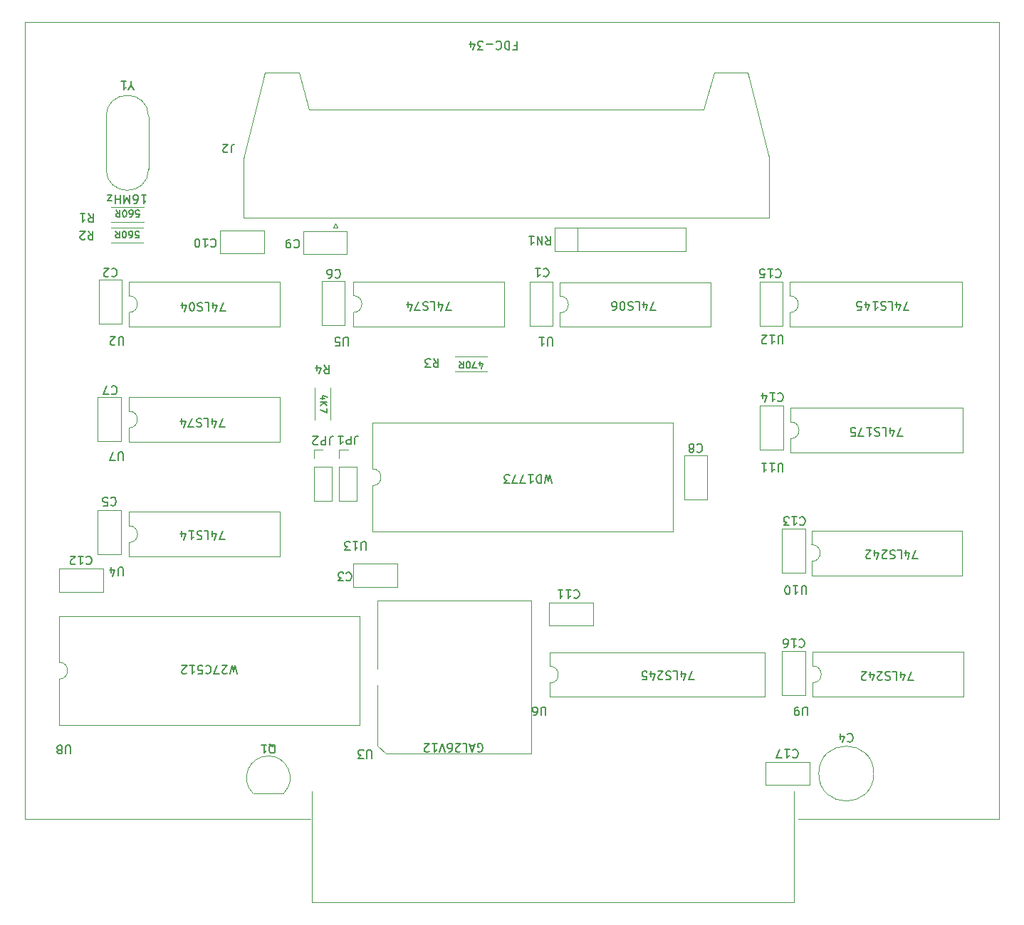
<source format=gbr>
G04 #@! TF.GenerationSoftware,KiCad,Pcbnew,(7.0.0-0)*
G04 #@! TF.CreationDate,2023-03-09T19:40:07+00:00*
G04 #@! TF.ProjectId,SFD700,53464437-3030-42e6-9b69-6361645f7063,rev?*
G04 #@! TF.SameCoordinates,Original*
G04 #@! TF.FileFunction,Legend,Top*
G04 #@! TF.FilePolarity,Positive*
%FSLAX46Y46*%
G04 Gerber Fmt 4.6, Leading zero omitted, Abs format (unit mm)*
G04 Created by KiCad (PCBNEW (7.0.0-0)) date 2023-03-09 19:40:07*
%MOMM*%
%LPD*%
G01*
G04 APERTURE LIST*
%ADD10C,0.120000*%
%ADD11C,0.150000*%
%ADD12C,0.100000*%
G04 APERTURE END LIST*
D10*
X215910000Y-40090000D02*
X215910000Y-134910000D01*
X100090000Y-40090000D02*
X215910000Y-40090000D01*
X100090000Y-134910000D02*
X100090000Y-40090000D01*
X134020000Y-134910000D02*
X100090000Y-134910000D01*
X215910000Y-134910000D02*
X192020000Y-134910000D01*
D11*
X192998094Y-108172619D02*
X192998094Y-107363095D01*
X192998094Y-107363095D02*
X192950475Y-107267857D01*
X192950475Y-107267857D02*
X192902856Y-107220238D01*
X192902856Y-107220238D02*
X192807618Y-107172619D01*
X192807618Y-107172619D02*
X192617142Y-107172619D01*
X192617142Y-107172619D02*
X192521904Y-107220238D01*
X192521904Y-107220238D02*
X192474285Y-107267857D01*
X192474285Y-107267857D02*
X192426666Y-107363095D01*
X192426666Y-107363095D02*
X192426666Y-108172619D01*
X191426666Y-107172619D02*
X191998094Y-107172619D01*
X191712380Y-107172619D02*
X191712380Y-108172619D01*
X191712380Y-108172619D02*
X191807618Y-108029761D01*
X191807618Y-108029761D02*
X191902856Y-107934523D01*
X191902856Y-107934523D02*
X191998094Y-107886904D01*
X190807618Y-108172619D02*
X190712380Y-108172619D01*
X190712380Y-108172619D02*
X190617142Y-108125000D01*
X190617142Y-108125000D02*
X190569523Y-108077380D01*
X190569523Y-108077380D02*
X190521904Y-107982142D01*
X190521904Y-107982142D02*
X190474285Y-107791666D01*
X190474285Y-107791666D02*
X190474285Y-107553571D01*
X190474285Y-107553571D02*
X190521904Y-107363095D01*
X190521904Y-107363095D02*
X190569523Y-107267857D01*
X190569523Y-107267857D02*
X190617142Y-107220238D01*
X190617142Y-107220238D02*
X190712380Y-107172619D01*
X190712380Y-107172619D02*
X190807618Y-107172619D01*
X190807618Y-107172619D02*
X190902856Y-107220238D01*
X190902856Y-107220238D02*
X190950475Y-107267857D01*
X190950475Y-107267857D02*
X190998094Y-107363095D01*
X190998094Y-107363095D02*
X191045713Y-107553571D01*
X191045713Y-107553571D02*
X191045713Y-107791666D01*
X191045713Y-107791666D02*
X190998094Y-107982142D01*
X190998094Y-107982142D02*
X190950475Y-108077380D01*
X190950475Y-108077380D02*
X190902856Y-108125000D01*
X190902856Y-108125000D02*
X190807618Y-108172619D01*
X206284047Y-103942619D02*
X205617381Y-103942619D01*
X205617381Y-103942619D02*
X206045952Y-102942619D01*
X204807857Y-103609285D02*
X204807857Y-102942619D01*
X205045952Y-103990238D02*
X205284047Y-103275952D01*
X205284047Y-103275952D02*
X204665000Y-103275952D01*
X203807857Y-102942619D02*
X204284047Y-102942619D01*
X204284047Y-102942619D02*
X204284047Y-103942619D01*
X203522142Y-102990238D02*
X203379285Y-102942619D01*
X203379285Y-102942619D02*
X203141190Y-102942619D01*
X203141190Y-102942619D02*
X203045952Y-102990238D01*
X203045952Y-102990238D02*
X202998333Y-103037857D01*
X202998333Y-103037857D02*
X202950714Y-103133095D01*
X202950714Y-103133095D02*
X202950714Y-103228333D01*
X202950714Y-103228333D02*
X202998333Y-103323571D01*
X202998333Y-103323571D02*
X203045952Y-103371190D01*
X203045952Y-103371190D02*
X203141190Y-103418809D01*
X203141190Y-103418809D02*
X203331666Y-103466428D01*
X203331666Y-103466428D02*
X203426904Y-103514047D01*
X203426904Y-103514047D02*
X203474523Y-103561666D01*
X203474523Y-103561666D02*
X203522142Y-103656904D01*
X203522142Y-103656904D02*
X203522142Y-103752142D01*
X203522142Y-103752142D02*
X203474523Y-103847380D01*
X203474523Y-103847380D02*
X203426904Y-103895000D01*
X203426904Y-103895000D02*
X203331666Y-103942619D01*
X203331666Y-103942619D02*
X203093571Y-103942619D01*
X203093571Y-103942619D02*
X202950714Y-103895000D01*
X202569761Y-103847380D02*
X202522142Y-103895000D01*
X202522142Y-103895000D02*
X202426904Y-103942619D01*
X202426904Y-103942619D02*
X202188809Y-103942619D01*
X202188809Y-103942619D02*
X202093571Y-103895000D01*
X202093571Y-103895000D02*
X202045952Y-103847380D01*
X202045952Y-103847380D02*
X201998333Y-103752142D01*
X201998333Y-103752142D02*
X201998333Y-103656904D01*
X201998333Y-103656904D02*
X202045952Y-103514047D01*
X202045952Y-103514047D02*
X202617380Y-102942619D01*
X202617380Y-102942619D02*
X201998333Y-102942619D01*
X201141190Y-103609285D02*
X201141190Y-102942619D01*
X201379285Y-103990238D02*
X201617380Y-103275952D01*
X201617380Y-103275952D02*
X200998333Y-103275952D01*
X200664999Y-103847380D02*
X200617380Y-103895000D01*
X200617380Y-103895000D02*
X200522142Y-103942619D01*
X200522142Y-103942619D02*
X200284047Y-103942619D01*
X200284047Y-103942619D02*
X200188809Y-103895000D01*
X200188809Y-103895000D02*
X200141190Y-103847380D01*
X200141190Y-103847380D02*
X200093571Y-103752142D01*
X200093571Y-103752142D02*
X200093571Y-103656904D01*
X200093571Y-103656904D02*
X200141190Y-103514047D01*
X200141190Y-103514047D02*
X200712618Y-102942619D01*
X200712618Y-102942619D02*
X200093571Y-102942619D01*
X162813904Y-78610619D02*
X162813904Y-77801095D01*
X162813904Y-77801095D02*
X162766285Y-77705857D01*
X162766285Y-77705857D02*
X162718666Y-77658238D01*
X162718666Y-77658238D02*
X162623428Y-77610619D01*
X162623428Y-77610619D02*
X162432952Y-77610619D01*
X162432952Y-77610619D02*
X162337714Y-77658238D01*
X162337714Y-77658238D02*
X162290095Y-77705857D01*
X162290095Y-77705857D02*
X162242476Y-77801095D01*
X162242476Y-77801095D02*
X162242476Y-78610619D01*
X161242476Y-77610619D02*
X161813904Y-77610619D01*
X161528190Y-77610619D02*
X161528190Y-78610619D01*
X161528190Y-78610619D02*
X161623428Y-78467761D01*
X161623428Y-78467761D02*
X161718666Y-78372523D01*
X161718666Y-78372523D02*
X161813904Y-78324904D01*
X175127856Y-74352619D02*
X174461190Y-74352619D01*
X174461190Y-74352619D02*
X174889761Y-73352619D01*
X173651666Y-74019285D02*
X173651666Y-73352619D01*
X173889761Y-74400238D02*
X174127856Y-73685952D01*
X174127856Y-73685952D02*
X173508809Y-73685952D01*
X172651666Y-73352619D02*
X173127856Y-73352619D01*
X173127856Y-73352619D02*
X173127856Y-74352619D01*
X172365951Y-73400238D02*
X172223094Y-73352619D01*
X172223094Y-73352619D02*
X171984999Y-73352619D01*
X171984999Y-73352619D02*
X171889761Y-73400238D01*
X171889761Y-73400238D02*
X171842142Y-73447857D01*
X171842142Y-73447857D02*
X171794523Y-73543095D01*
X171794523Y-73543095D02*
X171794523Y-73638333D01*
X171794523Y-73638333D02*
X171842142Y-73733571D01*
X171842142Y-73733571D02*
X171889761Y-73781190D01*
X171889761Y-73781190D02*
X171984999Y-73828809D01*
X171984999Y-73828809D02*
X172175475Y-73876428D01*
X172175475Y-73876428D02*
X172270713Y-73924047D01*
X172270713Y-73924047D02*
X172318332Y-73971666D01*
X172318332Y-73971666D02*
X172365951Y-74066904D01*
X172365951Y-74066904D02*
X172365951Y-74162142D01*
X172365951Y-74162142D02*
X172318332Y-74257380D01*
X172318332Y-74257380D02*
X172270713Y-74305000D01*
X172270713Y-74305000D02*
X172175475Y-74352619D01*
X172175475Y-74352619D02*
X171937380Y-74352619D01*
X171937380Y-74352619D02*
X171794523Y-74305000D01*
X171175475Y-74352619D02*
X171080237Y-74352619D01*
X171080237Y-74352619D02*
X170984999Y-74305000D01*
X170984999Y-74305000D02*
X170937380Y-74257380D01*
X170937380Y-74257380D02*
X170889761Y-74162142D01*
X170889761Y-74162142D02*
X170842142Y-73971666D01*
X170842142Y-73971666D02*
X170842142Y-73733571D01*
X170842142Y-73733571D02*
X170889761Y-73543095D01*
X170889761Y-73543095D02*
X170937380Y-73447857D01*
X170937380Y-73447857D02*
X170984999Y-73400238D01*
X170984999Y-73400238D02*
X171080237Y-73352619D01*
X171080237Y-73352619D02*
X171175475Y-73352619D01*
X171175475Y-73352619D02*
X171270713Y-73400238D01*
X171270713Y-73400238D02*
X171318332Y-73447857D01*
X171318332Y-73447857D02*
X171365951Y-73543095D01*
X171365951Y-73543095D02*
X171413570Y-73733571D01*
X171413570Y-73733571D02*
X171413570Y-73971666D01*
X171413570Y-73971666D02*
X171365951Y-74162142D01*
X171365951Y-74162142D02*
X171318332Y-74257380D01*
X171318332Y-74257380D02*
X171270713Y-74305000D01*
X171270713Y-74305000D02*
X171175475Y-74352619D01*
X169984999Y-74352619D02*
X170175475Y-74352619D01*
X170175475Y-74352619D02*
X170270713Y-74305000D01*
X170270713Y-74305000D02*
X170318332Y-74257380D01*
X170318332Y-74257380D02*
X170413570Y-74114523D01*
X170413570Y-74114523D02*
X170461189Y-73924047D01*
X170461189Y-73924047D02*
X170461189Y-73543095D01*
X170461189Y-73543095D02*
X170413570Y-73447857D01*
X170413570Y-73447857D02*
X170365951Y-73400238D01*
X170365951Y-73400238D02*
X170270713Y-73352619D01*
X170270713Y-73352619D02*
X170080237Y-73352619D01*
X170080237Y-73352619D02*
X169984999Y-73400238D01*
X169984999Y-73400238D02*
X169937380Y-73447857D01*
X169937380Y-73447857D02*
X169889761Y-73543095D01*
X169889761Y-73543095D02*
X169889761Y-73781190D01*
X169889761Y-73781190D02*
X169937380Y-73876428D01*
X169937380Y-73876428D02*
X169984999Y-73924047D01*
X169984999Y-73924047D02*
X170080237Y-73971666D01*
X170080237Y-73971666D02*
X170270713Y-73971666D01*
X170270713Y-73971666D02*
X170365951Y-73924047D01*
X170365951Y-73924047D02*
X170413570Y-73876428D01*
X170413570Y-73876428D02*
X170461189Y-73781190D01*
X111801904Y-78502619D02*
X111801904Y-77693095D01*
X111801904Y-77693095D02*
X111754285Y-77597857D01*
X111754285Y-77597857D02*
X111706666Y-77550238D01*
X111706666Y-77550238D02*
X111611428Y-77502619D01*
X111611428Y-77502619D02*
X111420952Y-77502619D01*
X111420952Y-77502619D02*
X111325714Y-77550238D01*
X111325714Y-77550238D02*
X111278095Y-77597857D01*
X111278095Y-77597857D02*
X111230476Y-77693095D01*
X111230476Y-77693095D02*
X111230476Y-78502619D01*
X110801904Y-78407380D02*
X110754285Y-78455000D01*
X110754285Y-78455000D02*
X110659047Y-78502619D01*
X110659047Y-78502619D02*
X110420952Y-78502619D01*
X110420952Y-78502619D02*
X110325714Y-78455000D01*
X110325714Y-78455000D02*
X110278095Y-78407380D01*
X110278095Y-78407380D02*
X110230476Y-78312142D01*
X110230476Y-78312142D02*
X110230476Y-78216904D01*
X110230476Y-78216904D02*
X110278095Y-78074047D01*
X110278095Y-78074047D02*
X110849523Y-77502619D01*
X110849523Y-77502619D02*
X110230476Y-77502619D01*
X123952856Y-74452619D02*
X123286190Y-74452619D01*
X123286190Y-74452619D02*
X123714761Y-73452619D01*
X122476666Y-74119285D02*
X122476666Y-73452619D01*
X122714761Y-74500238D02*
X122952856Y-73785952D01*
X122952856Y-73785952D02*
X122333809Y-73785952D01*
X121476666Y-73452619D02*
X121952856Y-73452619D01*
X121952856Y-73452619D02*
X121952856Y-74452619D01*
X121190951Y-73500238D02*
X121048094Y-73452619D01*
X121048094Y-73452619D02*
X120809999Y-73452619D01*
X120809999Y-73452619D02*
X120714761Y-73500238D01*
X120714761Y-73500238D02*
X120667142Y-73547857D01*
X120667142Y-73547857D02*
X120619523Y-73643095D01*
X120619523Y-73643095D02*
X120619523Y-73738333D01*
X120619523Y-73738333D02*
X120667142Y-73833571D01*
X120667142Y-73833571D02*
X120714761Y-73881190D01*
X120714761Y-73881190D02*
X120809999Y-73928809D01*
X120809999Y-73928809D02*
X121000475Y-73976428D01*
X121000475Y-73976428D02*
X121095713Y-74024047D01*
X121095713Y-74024047D02*
X121143332Y-74071666D01*
X121143332Y-74071666D02*
X121190951Y-74166904D01*
X121190951Y-74166904D02*
X121190951Y-74262142D01*
X121190951Y-74262142D02*
X121143332Y-74357380D01*
X121143332Y-74357380D02*
X121095713Y-74405000D01*
X121095713Y-74405000D02*
X121000475Y-74452619D01*
X121000475Y-74452619D02*
X120762380Y-74452619D01*
X120762380Y-74452619D02*
X120619523Y-74405000D01*
X120000475Y-74452619D02*
X119905237Y-74452619D01*
X119905237Y-74452619D02*
X119809999Y-74405000D01*
X119809999Y-74405000D02*
X119762380Y-74357380D01*
X119762380Y-74357380D02*
X119714761Y-74262142D01*
X119714761Y-74262142D02*
X119667142Y-74071666D01*
X119667142Y-74071666D02*
X119667142Y-73833571D01*
X119667142Y-73833571D02*
X119714761Y-73643095D01*
X119714761Y-73643095D02*
X119762380Y-73547857D01*
X119762380Y-73547857D02*
X119809999Y-73500238D01*
X119809999Y-73500238D02*
X119905237Y-73452619D01*
X119905237Y-73452619D02*
X120000475Y-73452619D01*
X120000475Y-73452619D02*
X120095713Y-73500238D01*
X120095713Y-73500238D02*
X120143332Y-73547857D01*
X120143332Y-73547857D02*
X120190951Y-73643095D01*
X120190951Y-73643095D02*
X120238570Y-73833571D01*
X120238570Y-73833571D02*
X120238570Y-74071666D01*
X120238570Y-74071666D02*
X120190951Y-74262142D01*
X120190951Y-74262142D02*
X120143332Y-74357380D01*
X120143332Y-74357380D02*
X120095713Y-74405000D01*
X120095713Y-74405000D02*
X120000475Y-74452619D01*
X118809999Y-74119285D02*
X118809999Y-73452619D01*
X119048094Y-74500238D02*
X119286189Y-73785952D01*
X119286189Y-73785952D02*
X118667142Y-73785952D01*
X111781904Y-105962619D02*
X111781904Y-105153095D01*
X111781904Y-105153095D02*
X111734285Y-105057857D01*
X111734285Y-105057857D02*
X111686666Y-105010238D01*
X111686666Y-105010238D02*
X111591428Y-104962619D01*
X111591428Y-104962619D02*
X111400952Y-104962619D01*
X111400952Y-104962619D02*
X111305714Y-105010238D01*
X111305714Y-105010238D02*
X111258095Y-105057857D01*
X111258095Y-105057857D02*
X111210476Y-105153095D01*
X111210476Y-105153095D02*
X111210476Y-105962619D01*
X110305714Y-105629285D02*
X110305714Y-104962619D01*
X110543809Y-106010238D02*
X110781904Y-105295952D01*
X110781904Y-105295952D02*
X110162857Y-105295952D01*
X123877856Y-101642619D02*
X123211190Y-101642619D01*
X123211190Y-101642619D02*
X123639761Y-100642619D01*
X122401666Y-101309285D02*
X122401666Y-100642619D01*
X122639761Y-101690238D02*
X122877856Y-100975952D01*
X122877856Y-100975952D02*
X122258809Y-100975952D01*
X121401666Y-100642619D02*
X121877856Y-100642619D01*
X121877856Y-100642619D02*
X121877856Y-101642619D01*
X121115951Y-100690238D02*
X120973094Y-100642619D01*
X120973094Y-100642619D02*
X120734999Y-100642619D01*
X120734999Y-100642619D02*
X120639761Y-100690238D01*
X120639761Y-100690238D02*
X120592142Y-100737857D01*
X120592142Y-100737857D02*
X120544523Y-100833095D01*
X120544523Y-100833095D02*
X120544523Y-100928333D01*
X120544523Y-100928333D02*
X120592142Y-101023571D01*
X120592142Y-101023571D02*
X120639761Y-101071190D01*
X120639761Y-101071190D02*
X120734999Y-101118809D01*
X120734999Y-101118809D02*
X120925475Y-101166428D01*
X120925475Y-101166428D02*
X121020713Y-101214047D01*
X121020713Y-101214047D02*
X121068332Y-101261666D01*
X121068332Y-101261666D02*
X121115951Y-101356904D01*
X121115951Y-101356904D02*
X121115951Y-101452142D01*
X121115951Y-101452142D02*
X121068332Y-101547380D01*
X121068332Y-101547380D02*
X121020713Y-101595000D01*
X121020713Y-101595000D02*
X120925475Y-101642619D01*
X120925475Y-101642619D02*
X120687380Y-101642619D01*
X120687380Y-101642619D02*
X120544523Y-101595000D01*
X119592142Y-100642619D02*
X120163570Y-100642619D01*
X119877856Y-100642619D02*
X119877856Y-101642619D01*
X119877856Y-101642619D02*
X119973094Y-101499761D01*
X119973094Y-101499761D02*
X120068332Y-101404523D01*
X120068332Y-101404523D02*
X120163570Y-101356904D01*
X118734999Y-101309285D02*
X118734999Y-100642619D01*
X118973094Y-101690238D02*
X119211189Y-100975952D01*
X119211189Y-100975952D02*
X118592142Y-100975952D01*
X138551904Y-78572619D02*
X138551904Y-77763095D01*
X138551904Y-77763095D02*
X138504285Y-77667857D01*
X138504285Y-77667857D02*
X138456666Y-77620238D01*
X138456666Y-77620238D02*
X138361428Y-77572619D01*
X138361428Y-77572619D02*
X138170952Y-77572619D01*
X138170952Y-77572619D02*
X138075714Y-77620238D01*
X138075714Y-77620238D02*
X138028095Y-77667857D01*
X138028095Y-77667857D02*
X137980476Y-77763095D01*
X137980476Y-77763095D02*
X137980476Y-78572619D01*
X137028095Y-78572619D02*
X137504285Y-78572619D01*
X137504285Y-78572619D02*
X137551904Y-78096428D01*
X137551904Y-78096428D02*
X137504285Y-78144047D01*
X137504285Y-78144047D02*
X137409047Y-78191666D01*
X137409047Y-78191666D02*
X137170952Y-78191666D01*
X137170952Y-78191666D02*
X137075714Y-78144047D01*
X137075714Y-78144047D02*
X137028095Y-78096428D01*
X137028095Y-78096428D02*
X136980476Y-78001190D01*
X136980476Y-78001190D02*
X136980476Y-77763095D01*
X136980476Y-77763095D02*
X137028095Y-77667857D01*
X137028095Y-77667857D02*
X137075714Y-77620238D01*
X137075714Y-77620238D02*
X137170952Y-77572619D01*
X137170952Y-77572619D02*
X137409047Y-77572619D01*
X137409047Y-77572619D02*
X137504285Y-77620238D01*
X137504285Y-77620238D02*
X137551904Y-77667857D01*
X150777856Y-74372619D02*
X150111190Y-74372619D01*
X150111190Y-74372619D02*
X150539761Y-73372619D01*
X149301666Y-74039285D02*
X149301666Y-73372619D01*
X149539761Y-74420238D02*
X149777856Y-73705952D01*
X149777856Y-73705952D02*
X149158809Y-73705952D01*
X148301666Y-73372619D02*
X148777856Y-73372619D01*
X148777856Y-73372619D02*
X148777856Y-74372619D01*
X148015951Y-73420238D02*
X147873094Y-73372619D01*
X147873094Y-73372619D02*
X147634999Y-73372619D01*
X147634999Y-73372619D02*
X147539761Y-73420238D01*
X147539761Y-73420238D02*
X147492142Y-73467857D01*
X147492142Y-73467857D02*
X147444523Y-73563095D01*
X147444523Y-73563095D02*
X147444523Y-73658333D01*
X147444523Y-73658333D02*
X147492142Y-73753571D01*
X147492142Y-73753571D02*
X147539761Y-73801190D01*
X147539761Y-73801190D02*
X147634999Y-73848809D01*
X147634999Y-73848809D02*
X147825475Y-73896428D01*
X147825475Y-73896428D02*
X147920713Y-73944047D01*
X147920713Y-73944047D02*
X147968332Y-73991666D01*
X147968332Y-73991666D02*
X148015951Y-74086904D01*
X148015951Y-74086904D02*
X148015951Y-74182142D01*
X148015951Y-74182142D02*
X147968332Y-74277380D01*
X147968332Y-74277380D02*
X147920713Y-74325000D01*
X147920713Y-74325000D02*
X147825475Y-74372619D01*
X147825475Y-74372619D02*
X147587380Y-74372619D01*
X147587380Y-74372619D02*
X147444523Y-74325000D01*
X147111189Y-74372619D02*
X146444523Y-74372619D01*
X146444523Y-74372619D02*
X146873094Y-73372619D01*
X145634999Y-74039285D02*
X145634999Y-73372619D01*
X145873094Y-74420238D02*
X146111189Y-73705952D01*
X146111189Y-73705952D02*
X145492142Y-73705952D01*
X111761904Y-92252619D02*
X111761904Y-91443095D01*
X111761904Y-91443095D02*
X111714285Y-91347857D01*
X111714285Y-91347857D02*
X111666666Y-91300238D01*
X111666666Y-91300238D02*
X111571428Y-91252619D01*
X111571428Y-91252619D02*
X111380952Y-91252619D01*
X111380952Y-91252619D02*
X111285714Y-91300238D01*
X111285714Y-91300238D02*
X111238095Y-91347857D01*
X111238095Y-91347857D02*
X111190476Y-91443095D01*
X111190476Y-91443095D02*
X111190476Y-92252619D01*
X110809523Y-92252619D02*
X110142857Y-92252619D01*
X110142857Y-92252619D02*
X110571428Y-91252619D01*
X123857856Y-88252619D02*
X123191190Y-88252619D01*
X123191190Y-88252619D02*
X123619761Y-87252619D01*
X122381666Y-87919285D02*
X122381666Y-87252619D01*
X122619761Y-88300238D02*
X122857856Y-87585952D01*
X122857856Y-87585952D02*
X122238809Y-87585952D01*
X121381666Y-87252619D02*
X121857856Y-87252619D01*
X121857856Y-87252619D02*
X121857856Y-88252619D01*
X121095951Y-87300238D02*
X120953094Y-87252619D01*
X120953094Y-87252619D02*
X120714999Y-87252619D01*
X120714999Y-87252619D02*
X120619761Y-87300238D01*
X120619761Y-87300238D02*
X120572142Y-87347857D01*
X120572142Y-87347857D02*
X120524523Y-87443095D01*
X120524523Y-87443095D02*
X120524523Y-87538333D01*
X120524523Y-87538333D02*
X120572142Y-87633571D01*
X120572142Y-87633571D02*
X120619761Y-87681190D01*
X120619761Y-87681190D02*
X120714999Y-87728809D01*
X120714999Y-87728809D02*
X120905475Y-87776428D01*
X120905475Y-87776428D02*
X121000713Y-87824047D01*
X121000713Y-87824047D02*
X121048332Y-87871666D01*
X121048332Y-87871666D02*
X121095951Y-87966904D01*
X121095951Y-87966904D02*
X121095951Y-88062142D01*
X121095951Y-88062142D02*
X121048332Y-88157380D01*
X121048332Y-88157380D02*
X121000713Y-88205000D01*
X121000713Y-88205000D02*
X120905475Y-88252619D01*
X120905475Y-88252619D02*
X120667380Y-88252619D01*
X120667380Y-88252619D02*
X120524523Y-88205000D01*
X120191189Y-88252619D02*
X119524523Y-88252619D01*
X119524523Y-88252619D02*
X119953094Y-87252619D01*
X118714999Y-87919285D02*
X118714999Y-87252619D01*
X118953094Y-88300238D02*
X119191189Y-87585952D01*
X119191189Y-87585952D02*
X118572142Y-87585952D01*
X193161904Y-122572619D02*
X193161904Y-121763095D01*
X193161904Y-121763095D02*
X193114285Y-121667857D01*
X193114285Y-121667857D02*
X193066666Y-121620238D01*
X193066666Y-121620238D02*
X192971428Y-121572619D01*
X192971428Y-121572619D02*
X192780952Y-121572619D01*
X192780952Y-121572619D02*
X192685714Y-121620238D01*
X192685714Y-121620238D02*
X192638095Y-121667857D01*
X192638095Y-121667857D02*
X192590476Y-121763095D01*
X192590476Y-121763095D02*
X192590476Y-122572619D01*
X192066666Y-121572619D02*
X191876190Y-121572619D01*
X191876190Y-121572619D02*
X191780952Y-121620238D01*
X191780952Y-121620238D02*
X191733333Y-121667857D01*
X191733333Y-121667857D02*
X191638095Y-121810714D01*
X191638095Y-121810714D02*
X191590476Y-122001190D01*
X191590476Y-122001190D02*
X191590476Y-122382142D01*
X191590476Y-122382142D02*
X191638095Y-122477380D01*
X191638095Y-122477380D02*
X191685714Y-122525000D01*
X191685714Y-122525000D02*
X191780952Y-122572619D01*
X191780952Y-122572619D02*
X191971428Y-122572619D01*
X191971428Y-122572619D02*
X192066666Y-122525000D01*
X192066666Y-122525000D02*
X192114285Y-122477380D01*
X192114285Y-122477380D02*
X192161904Y-122382142D01*
X192161904Y-122382142D02*
X192161904Y-122144047D01*
X192161904Y-122144047D02*
X192114285Y-122048809D01*
X192114285Y-122048809D02*
X192066666Y-122001190D01*
X192066666Y-122001190D02*
X191971428Y-121953571D01*
X191971428Y-121953571D02*
X191780952Y-121953571D01*
X191780952Y-121953571D02*
X191685714Y-122001190D01*
X191685714Y-122001190D02*
X191638095Y-122048809D01*
X191638095Y-122048809D02*
X191590476Y-122144047D01*
X205734047Y-118372619D02*
X205067381Y-118372619D01*
X205067381Y-118372619D02*
X205495952Y-117372619D01*
X204257857Y-118039285D02*
X204257857Y-117372619D01*
X204495952Y-118420238D02*
X204734047Y-117705952D01*
X204734047Y-117705952D02*
X204115000Y-117705952D01*
X203257857Y-117372619D02*
X203734047Y-117372619D01*
X203734047Y-117372619D02*
X203734047Y-118372619D01*
X202972142Y-117420238D02*
X202829285Y-117372619D01*
X202829285Y-117372619D02*
X202591190Y-117372619D01*
X202591190Y-117372619D02*
X202495952Y-117420238D01*
X202495952Y-117420238D02*
X202448333Y-117467857D01*
X202448333Y-117467857D02*
X202400714Y-117563095D01*
X202400714Y-117563095D02*
X202400714Y-117658333D01*
X202400714Y-117658333D02*
X202448333Y-117753571D01*
X202448333Y-117753571D02*
X202495952Y-117801190D01*
X202495952Y-117801190D02*
X202591190Y-117848809D01*
X202591190Y-117848809D02*
X202781666Y-117896428D01*
X202781666Y-117896428D02*
X202876904Y-117944047D01*
X202876904Y-117944047D02*
X202924523Y-117991666D01*
X202924523Y-117991666D02*
X202972142Y-118086904D01*
X202972142Y-118086904D02*
X202972142Y-118182142D01*
X202972142Y-118182142D02*
X202924523Y-118277380D01*
X202924523Y-118277380D02*
X202876904Y-118325000D01*
X202876904Y-118325000D02*
X202781666Y-118372619D01*
X202781666Y-118372619D02*
X202543571Y-118372619D01*
X202543571Y-118372619D02*
X202400714Y-118325000D01*
X202019761Y-118277380D02*
X201972142Y-118325000D01*
X201972142Y-118325000D02*
X201876904Y-118372619D01*
X201876904Y-118372619D02*
X201638809Y-118372619D01*
X201638809Y-118372619D02*
X201543571Y-118325000D01*
X201543571Y-118325000D02*
X201495952Y-118277380D01*
X201495952Y-118277380D02*
X201448333Y-118182142D01*
X201448333Y-118182142D02*
X201448333Y-118086904D01*
X201448333Y-118086904D02*
X201495952Y-117944047D01*
X201495952Y-117944047D02*
X202067380Y-117372619D01*
X202067380Y-117372619D02*
X201448333Y-117372619D01*
X200591190Y-118039285D02*
X200591190Y-117372619D01*
X200829285Y-118420238D02*
X201067380Y-117705952D01*
X201067380Y-117705952D02*
X200448333Y-117705952D01*
X200114999Y-118277380D02*
X200067380Y-118325000D01*
X200067380Y-118325000D02*
X199972142Y-118372619D01*
X199972142Y-118372619D02*
X199734047Y-118372619D01*
X199734047Y-118372619D02*
X199638809Y-118325000D01*
X199638809Y-118325000D02*
X199591190Y-118277380D01*
X199591190Y-118277380D02*
X199543571Y-118182142D01*
X199543571Y-118182142D02*
X199543571Y-118086904D01*
X199543571Y-118086904D02*
X199591190Y-117944047D01*
X199591190Y-117944047D02*
X200162618Y-117372619D01*
X200162618Y-117372619D02*
X199543571Y-117372619D01*
X162020476Y-65592619D02*
X162353809Y-66068809D01*
X162591904Y-65592619D02*
X162591904Y-66592619D01*
X162591904Y-66592619D02*
X162210952Y-66592619D01*
X162210952Y-66592619D02*
X162115714Y-66545000D01*
X162115714Y-66545000D02*
X162068095Y-66497380D01*
X162068095Y-66497380D02*
X162020476Y-66402142D01*
X162020476Y-66402142D02*
X162020476Y-66259285D01*
X162020476Y-66259285D02*
X162068095Y-66164047D01*
X162068095Y-66164047D02*
X162115714Y-66116428D01*
X162115714Y-66116428D02*
X162210952Y-66068809D01*
X162210952Y-66068809D02*
X162591904Y-66068809D01*
X161591904Y-65592619D02*
X161591904Y-66592619D01*
X161591904Y-66592619D02*
X161020476Y-65592619D01*
X161020476Y-65592619D02*
X161020476Y-66592619D01*
X160020476Y-65592619D02*
X160591904Y-65592619D01*
X160306190Y-65592619D02*
X160306190Y-66592619D01*
X160306190Y-66592619D02*
X160401428Y-66449761D01*
X160401428Y-66449761D02*
X160496666Y-66354523D01*
X160496666Y-66354523D02*
X160591904Y-66306904D01*
X135666666Y-80882619D02*
X135999999Y-81358809D01*
X136238094Y-80882619D02*
X136238094Y-81882619D01*
X136238094Y-81882619D02*
X135857142Y-81882619D01*
X135857142Y-81882619D02*
X135761904Y-81835000D01*
X135761904Y-81835000D02*
X135714285Y-81787380D01*
X135714285Y-81787380D02*
X135666666Y-81692142D01*
X135666666Y-81692142D02*
X135666666Y-81549285D01*
X135666666Y-81549285D02*
X135714285Y-81454047D01*
X135714285Y-81454047D02*
X135761904Y-81406428D01*
X135761904Y-81406428D02*
X135857142Y-81358809D01*
X135857142Y-81358809D02*
X136238094Y-81358809D01*
X134809523Y-81549285D02*
X134809523Y-80882619D01*
X135047618Y-81930238D02*
X135285713Y-81215952D01*
X135285713Y-81215952D02*
X134666666Y-81215952D01*
X135739428Y-84871428D02*
X135206095Y-84871428D01*
X136044190Y-84680952D02*
X135472761Y-84490475D01*
X135472761Y-84490475D02*
X135472761Y-84985714D01*
X135206095Y-85290476D02*
X136006095Y-85290476D01*
X135206095Y-85747619D02*
X135663238Y-85404761D01*
X136006095Y-85747619D02*
X135548952Y-85290476D01*
X136006095Y-86014285D02*
X136006095Y-86547619D01*
X136006095Y-86547619D02*
X135206095Y-86204761D01*
X107626666Y-62892619D02*
X107959999Y-63368809D01*
X108198094Y-62892619D02*
X108198094Y-63892619D01*
X108198094Y-63892619D02*
X107817142Y-63892619D01*
X107817142Y-63892619D02*
X107721904Y-63845000D01*
X107721904Y-63845000D02*
X107674285Y-63797380D01*
X107674285Y-63797380D02*
X107626666Y-63702142D01*
X107626666Y-63702142D02*
X107626666Y-63559285D01*
X107626666Y-63559285D02*
X107674285Y-63464047D01*
X107674285Y-63464047D02*
X107721904Y-63416428D01*
X107721904Y-63416428D02*
X107817142Y-63368809D01*
X107817142Y-63368809D02*
X108198094Y-63368809D01*
X106674285Y-62892619D02*
X107245713Y-62892619D01*
X106959999Y-62892619D02*
X106959999Y-63892619D01*
X106959999Y-63892619D02*
X107055237Y-63749761D01*
X107055237Y-63749761D02*
X107150475Y-63654523D01*
X107150475Y-63654523D02*
X107245713Y-63606904D01*
X113271428Y-63256095D02*
X113652380Y-63256095D01*
X113652380Y-63256095D02*
X113690476Y-62875142D01*
X113690476Y-62875142D02*
X113652380Y-62913238D01*
X113652380Y-62913238D02*
X113576190Y-62951333D01*
X113576190Y-62951333D02*
X113385714Y-62951333D01*
X113385714Y-62951333D02*
X113309523Y-62913238D01*
X113309523Y-62913238D02*
X113271428Y-62875142D01*
X113271428Y-62875142D02*
X113233333Y-62798952D01*
X113233333Y-62798952D02*
X113233333Y-62608476D01*
X113233333Y-62608476D02*
X113271428Y-62532285D01*
X113271428Y-62532285D02*
X113309523Y-62494190D01*
X113309523Y-62494190D02*
X113385714Y-62456095D01*
X113385714Y-62456095D02*
X113576190Y-62456095D01*
X113576190Y-62456095D02*
X113652380Y-62494190D01*
X113652380Y-62494190D02*
X113690476Y-62532285D01*
X112547618Y-63256095D02*
X112699999Y-63256095D01*
X112699999Y-63256095D02*
X112776190Y-63218000D01*
X112776190Y-63218000D02*
X112814285Y-63179904D01*
X112814285Y-63179904D02*
X112890475Y-63065619D01*
X112890475Y-63065619D02*
X112928571Y-62913238D01*
X112928571Y-62913238D02*
X112928571Y-62608476D01*
X112928571Y-62608476D02*
X112890475Y-62532285D01*
X112890475Y-62532285D02*
X112852380Y-62494190D01*
X112852380Y-62494190D02*
X112776190Y-62456095D01*
X112776190Y-62456095D02*
X112623809Y-62456095D01*
X112623809Y-62456095D02*
X112547618Y-62494190D01*
X112547618Y-62494190D02*
X112509523Y-62532285D01*
X112509523Y-62532285D02*
X112471428Y-62608476D01*
X112471428Y-62608476D02*
X112471428Y-62798952D01*
X112471428Y-62798952D02*
X112509523Y-62875142D01*
X112509523Y-62875142D02*
X112547618Y-62913238D01*
X112547618Y-62913238D02*
X112623809Y-62951333D01*
X112623809Y-62951333D02*
X112776190Y-62951333D01*
X112776190Y-62951333D02*
X112852380Y-62913238D01*
X112852380Y-62913238D02*
X112890475Y-62875142D01*
X112890475Y-62875142D02*
X112928571Y-62798952D01*
X111976189Y-63256095D02*
X111899999Y-63256095D01*
X111899999Y-63256095D02*
X111823808Y-63218000D01*
X111823808Y-63218000D02*
X111785713Y-63179904D01*
X111785713Y-63179904D02*
X111747618Y-63103714D01*
X111747618Y-63103714D02*
X111709523Y-62951333D01*
X111709523Y-62951333D02*
X111709523Y-62760857D01*
X111709523Y-62760857D02*
X111747618Y-62608476D01*
X111747618Y-62608476D02*
X111785713Y-62532285D01*
X111785713Y-62532285D02*
X111823808Y-62494190D01*
X111823808Y-62494190D02*
X111899999Y-62456095D01*
X111899999Y-62456095D02*
X111976189Y-62456095D01*
X111976189Y-62456095D02*
X112052380Y-62494190D01*
X112052380Y-62494190D02*
X112090475Y-62532285D01*
X112090475Y-62532285D02*
X112128570Y-62608476D01*
X112128570Y-62608476D02*
X112166666Y-62760857D01*
X112166666Y-62760857D02*
X112166666Y-62951333D01*
X112166666Y-62951333D02*
X112128570Y-63103714D01*
X112128570Y-63103714D02*
X112090475Y-63179904D01*
X112090475Y-63179904D02*
X112052380Y-63218000D01*
X112052380Y-63218000D02*
X111976189Y-63256095D01*
X110909522Y-62456095D02*
X111176189Y-62837047D01*
X111366665Y-62456095D02*
X111366665Y-63256095D01*
X111366665Y-63256095D02*
X111061903Y-63256095D01*
X111061903Y-63256095D02*
X110985713Y-63218000D01*
X110985713Y-63218000D02*
X110947618Y-63179904D01*
X110947618Y-63179904D02*
X110909522Y-63103714D01*
X110909522Y-63103714D02*
X110909522Y-62989428D01*
X110909522Y-62989428D02*
X110947618Y-62913238D01*
X110947618Y-62913238D02*
X110985713Y-62875142D01*
X110985713Y-62875142D02*
X111061903Y-62837047D01*
X111061903Y-62837047D02*
X111366665Y-62837047D01*
X107606666Y-64952619D02*
X107939999Y-65428809D01*
X108178094Y-64952619D02*
X108178094Y-65952619D01*
X108178094Y-65952619D02*
X107797142Y-65952619D01*
X107797142Y-65952619D02*
X107701904Y-65905000D01*
X107701904Y-65905000D02*
X107654285Y-65857380D01*
X107654285Y-65857380D02*
X107606666Y-65762142D01*
X107606666Y-65762142D02*
X107606666Y-65619285D01*
X107606666Y-65619285D02*
X107654285Y-65524047D01*
X107654285Y-65524047D02*
X107701904Y-65476428D01*
X107701904Y-65476428D02*
X107797142Y-65428809D01*
X107797142Y-65428809D02*
X108178094Y-65428809D01*
X107225713Y-65857380D02*
X107178094Y-65905000D01*
X107178094Y-65905000D02*
X107082856Y-65952619D01*
X107082856Y-65952619D02*
X106844761Y-65952619D01*
X106844761Y-65952619D02*
X106749523Y-65905000D01*
X106749523Y-65905000D02*
X106701904Y-65857380D01*
X106701904Y-65857380D02*
X106654285Y-65762142D01*
X106654285Y-65762142D02*
X106654285Y-65666904D01*
X106654285Y-65666904D02*
X106701904Y-65524047D01*
X106701904Y-65524047D02*
X107273332Y-64952619D01*
X107273332Y-64952619D02*
X106654285Y-64952619D01*
X113241428Y-65756095D02*
X113622380Y-65756095D01*
X113622380Y-65756095D02*
X113660476Y-65375142D01*
X113660476Y-65375142D02*
X113622380Y-65413238D01*
X113622380Y-65413238D02*
X113546190Y-65451333D01*
X113546190Y-65451333D02*
X113355714Y-65451333D01*
X113355714Y-65451333D02*
X113279523Y-65413238D01*
X113279523Y-65413238D02*
X113241428Y-65375142D01*
X113241428Y-65375142D02*
X113203333Y-65298952D01*
X113203333Y-65298952D02*
X113203333Y-65108476D01*
X113203333Y-65108476D02*
X113241428Y-65032285D01*
X113241428Y-65032285D02*
X113279523Y-64994190D01*
X113279523Y-64994190D02*
X113355714Y-64956095D01*
X113355714Y-64956095D02*
X113546190Y-64956095D01*
X113546190Y-64956095D02*
X113622380Y-64994190D01*
X113622380Y-64994190D02*
X113660476Y-65032285D01*
X112517618Y-65756095D02*
X112669999Y-65756095D01*
X112669999Y-65756095D02*
X112746190Y-65718000D01*
X112746190Y-65718000D02*
X112784285Y-65679904D01*
X112784285Y-65679904D02*
X112860475Y-65565619D01*
X112860475Y-65565619D02*
X112898571Y-65413238D01*
X112898571Y-65413238D02*
X112898571Y-65108476D01*
X112898571Y-65108476D02*
X112860475Y-65032285D01*
X112860475Y-65032285D02*
X112822380Y-64994190D01*
X112822380Y-64994190D02*
X112746190Y-64956095D01*
X112746190Y-64956095D02*
X112593809Y-64956095D01*
X112593809Y-64956095D02*
X112517618Y-64994190D01*
X112517618Y-64994190D02*
X112479523Y-65032285D01*
X112479523Y-65032285D02*
X112441428Y-65108476D01*
X112441428Y-65108476D02*
X112441428Y-65298952D01*
X112441428Y-65298952D02*
X112479523Y-65375142D01*
X112479523Y-65375142D02*
X112517618Y-65413238D01*
X112517618Y-65413238D02*
X112593809Y-65451333D01*
X112593809Y-65451333D02*
X112746190Y-65451333D01*
X112746190Y-65451333D02*
X112822380Y-65413238D01*
X112822380Y-65413238D02*
X112860475Y-65375142D01*
X112860475Y-65375142D02*
X112898571Y-65298952D01*
X111946189Y-65756095D02*
X111869999Y-65756095D01*
X111869999Y-65756095D02*
X111793808Y-65718000D01*
X111793808Y-65718000D02*
X111755713Y-65679904D01*
X111755713Y-65679904D02*
X111717618Y-65603714D01*
X111717618Y-65603714D02*
X111679523Y-65451333D01*
X111679523Y-65451333D02*
X111679523Y-65260857D01*
X111679523Y-65260857D02*
X111717618Y-65108476D01*
X111717618Y-65108476D02*
X111755713Y-65032285D01*
X111755713Y-65032285D02*
X111793808Y-64994190D01*
X111793808Y-64994190D02*
X111869999Y-64956095D01*
X111869999Y-64956095D02*
X111946189Y-64956095D01*
X111946189Y-64956095D02*
X112022380Y-64994190D01*
X112022380Y-64994190D02*
X112060475Y-65032285D01*
X112060475Y-65032285D02*
X112098570Y-65108476D01*
X112098570Y-65108476D02*
X112136666Y-65260857D01*
X112136666Y-65260857D02*
X112136666Y-65451333D01*
X112136666Y-65451333D02*
X112098570Y-65603714D01*
X112098570Y-65603714D02*
X112060475Y-65679904D01*
X112060475Y-65679904D02*
X112022380Y-65718000D01*
X112022380Y-65718000D02*
X111946189Y-65756095D01*
X110879522Y-64956095D02*
X111146189Y-65337047D01*
X111336665Y-64956095D02*
X111336665Y-65756095D01*
X111336665Y-65756095D02*
X111031903Y-65756095D01*
X111031903Y-65756095D02*
X110955713Y-65718000D01*
X110955713Y-65718000D02*
X110917618Y-65679904D01*
X110917618Y-65679904D02*
X110879522Y-65603714D01*
X110879522Y-65603714D02*
X110879522Y-65489428D01*
X110879522Y-65489428D02*
X110917618Y-65413238D01*
X110917618Y-65413238D02*
X110955713Y-65375142D01*
X110955713Y-65375142D02*
X111031903Y-65337047D01*
X111031903Y-65337047D02*
X111336665Y-65337047D01*
X148666666Y-80132619D02*
X148999999Y-80608809D01*
X149238094Y-80132619D02*
X149238094Y-81132619D01*
X149238094Y-81132619D02*
X148857142Y-81132619D01*
X148857142Y-81132619D02*
X148761904Y-81085000D01*
X148761904Y-81085000D02*
X148714285Y-81037380D01*
X148714285Y-81037380D02*
X148666666Y-80942142D01*
X148666666Y-80942142D02*
X148666666Y-80799285D01*
X148666666Y-80799285D02*
X148714285Y-80704047D01*
X148714285Y-80704047D02*
X148761904Y-80656428D01*
X148761904Y-80656428D02*
X148857142Y-80608809D01*
X148857142Y-80608809D02*
X149238094Y-80608809D01*
X148333332Y-81132619D02*
X147714285Y-81132619D01*
X147714285Y-81132619D02*
X148047618Y-80751666D01*
X148047618Y-80751666D02*
X147904761Y-80751666D01*
X147904761Y-80751666D02*
X147809523Y-80704047D01*
X147809523Y-80704047D02*
X147761904Y-80656428D01*
X147761904Y-80656428D02*
X147714285Y-80561190D01*
X147714285Y-80561190D02*
X147714285Y-80323095D01*
X147714285Y-80323095D02*
X147761904Y-80227857D01*
X147761904Y-80227857D02*
X147809523Y-80180238D01*
X147809523Y-80180238D02*
X147904761Y-80132619D01*
X147904761Y-80132619D02*
X148190475Y-80132619D01*
X148190475Y-80132619D02*
X148285713Y-80180238D01*
X148285713Y-80180238D02*
X148333332Y-80227857D01*
X154171523Y-80989428D02*
X154171523Y-80456095D01*
X154361999Y-81294190D02*
X154552476Y-80722761D01*
X154552476Y-80722761D02*
X154057237Y-80722761D01*
X153828666Y-81256095D02*
X153295332Y-81256095D01*
X153295332Y-81256095D02*
X153638190Y-80456095D01*
X152838189Y-81256095D02*
X152761999Y-81256095D01*
X152761999Y-81256095D02*
X152685808Y-81218000D01*
X152685808Y-81218000D02*
X152647713Y-81179904D01*
X152647713Y-81179904D02*
X152609618Y-81103714D01*
X152609618Y-81103714D02*
X152571523Y-80951333D01*
X152571523Y-80951333D02*
X152571523Y-80760857D01*
X152571523Y-80760857D02*
X152609618Y-80608476D01*
X152609618Y-80608476D02*
X152647713Y-80532285D01*
X152647713Y-80532285D02*
X152685808Y-80494190D01*
X152685808Y-80494190D02*
X152761999Y-80456095D01*
X152761999Y-80456095D02*
X152838189Y-80456095D01*
X152838189Y-80456095D02*
X152914380Y-80494190D01*
X152914380Y-80494190D02*
X152952475Y-80532285D01*
X152952475Y-80532285D02*
X152990570Y-80608476D01*
X152990570Y-80608476D02*
X153028666Y-80760857D01*
X153028666Y-80760857D02*
X153028666Y-80951333D01*
X153028666Y-80951333D02*
X152990570Y-81103714D01*
X152990570Y-81103714D02*
X152952475Y-81179904D01*
X152952475Y-81179904D02*
X152914380Y-81218000D01*
X152914380Y-81218000D02*
X152838189Y-81256095D01*
X151771522Y-80456095D02*
X152038189Y-80837047D01*
X152228665Y-80456095D02*
X152228665Y-81256095D01*
X152228665Y-81256095D02*
X151923903Y-81256095D01*
X151923903Y-81256095D02*
X151847713Y-81218000D01*
X151847713Y-81218000D02*
X151809618Y-81179904D01*
X151809618Y-81179904D02*
X151771522Y-81103714D01*
X151771522Y-81103714D02*
X151771522Y-80989428D01*
X151771522Y-80989428D02*
X151809618Y-80913238D01*
X151809618Y-80913238D02*
X151847713Y-80875142D01*
X151847713Y-80875142D02*
X151923903Y-80837047D01*
X151923903Y-80837047D02*
X152228665Y-80837047D01*
X122192857Y-65957857D02*
X122240476Y-65910238D01*
X122240476Y-65910238D02*
X122383333Y-65862619D01*
X122383333Y-65862619D02*
X122478571Y-65862619D01*
X122478571Y-65862619D02*
X122621428Y-65910238D01*
X122621428Y-65910238D02*
X122716666Y-66005476D01*
X122716666Y-66005476D02*
X122764285Y-66100714D01*
X122764285Y-66100714D02*
X122811904Y-66291190D01*
X122811904Y-66291190D02*
X122811904Y-66434047D01*
X122811904Y-66434047D02*
X122764285Y-66624523D01*
X122764285Y-66624523D02*
X122716666Y-66719761D01*
X122716666Y-66719761D02*
X122621428Y-66815000D01*
X122621428Y-66815000D02*
X122478571Y-66862619D01*
X122478571Y-66862619D02*
X122383333Y-66862619D01*
X122383333Y-66862619D02*
X122240476Y-66815000D01*
X122240476Y-66815000D02*
X122192857Y-66767380D01*
X121240476Y-65862619D02*
X121811904Y-65862619D01*
X121526190Y-65862619D02*
X121526190Y-66862619D01*
X121526190Y-66862619D02*
X121621428Y-66719761D01*
X121621428Y-66719761D02*
X121716666Y-66624523D01*
X121716666Y-66624523D02*
X121811904Y-66576904D01*
X120621428Y-66862619D02*
X120526190Y-66862619D01*
X120526190Y-66862619D02*
X120430952Y-66815000D01*
X120430952Y-66815000D02*
X120383333Y-66767380D01*
X120383333Y-66767380D02*
X120335714Y-66672142D01*
X120335714Y-66672142D02*
X120288095Y-66481666D01*
X120288095Y-66481666D02*
X120288095Y-66243571D01*
X120288095Y-66243571D02*
X120335714Y-66053095D01*
X120335714Y-66053095D02*
X120383333Y-65957857D01*
X120383333Y-65957857D02*
X120430952Y-65910238D01*
X120430952Y-65910238D02*
X120526190Y-65862619D01*
X120526190Y-65862619D02*
X120621428Y-65862619D01*
X120621428Y-65862619D02*
X120716666Y-65910238D01*
X120716666Y-65910238D02*
X120764285Y-65957857D01*
X120764285Y-65957857D02*
X120811904Y-66053095D01*
X120811904Y-66053095D02*
X120859523Y-66243571D01*
X120859523Y-66243571D02*
X120859523Y-66481666D01*
X120859523Y-66481666D02*
X120811904Y-66672142D01*
X120811904Y-66672142D02*
X120764285Y-66767380D01*
X120764285Y-66767380D02*
X120716666Y-66815000D01*
X120716666Y-66815000D02*
X120621428Y-66862619D01*
X132096666Y-66047857D02*
X132144285Y-66000238D01*
X132144285Y-66000238D02*
X132287142Y-65952619D01*
X132287142Y-65952619D02*
X132382380Y-65952619D01*
X132382380Y-65952619D02*
X132525237Y-66000238D01*
X132525237Y-66000238D02*
X132620475Y-66095476D01*
X132620475Y-66095476D02*
X132668094Y-66190714D01*
X132668094Y-66190714D02*
X132715713Y-66381190D01*
X132715713Y-66381190D02*
X132715713Y-66524047D01*
X132715713Y-66524047D02*
X132668094Y-66714523D01*
X132668094Y-66714523D02*
X132620475Y-66809761D01*
X132620475Y-66809761D02*
X132525237Y-66905000D01*
X132525237Y-66905000D02*
X132382380Y-66952619D01*
X132382380Y-66952619D02*
X132287142Y-66952619D01*
X132287142Y-66952619D02*
X132144285Y-66905000D01*
X132144285Y-66905000D02*
X132096666Y-66857380D01*
X131620475Y-65952619D02*
X131429999Y-65952619D01*
X131429999Y-65952619D02*
X131334761Y-66000238D01*
X131334761Y-66000238D02*
X131287142Y-66047857D01*
X131287142Y-66047857D02*
X131191904Y-66190714D01*
X131191904Y-66190714D02*
X131144285Y-66381190D01*
X131144285Y-66381190D02*
X131144285Y-66762142D01*
X131144285Y-66762142D02*
X131191904Y-66857380D01*
X131191904Y-66857380D02*
X131239523Y-66905000D01*
X131239523Y-66905000D02*
X131334761Y-66952619D01*
X131334761Y-66952619D02*
X131525237Y-66952619D01*
X131525237Y-66952619D02*
X131620475Y-66905000D01*
X131620475Y-66905000D02*
X131668094Y-66857380D01*
X131668094Y-66857380D02*
X131715713Y-66762142D01*
X131715713Y-66762142D02*
X131715713Y-66524047D01*
X131715713Y-66524047D02*
X131668094Y-66428809D01*
X131668094Y-66428809D02*
X131620475Y-66381190D01*
X131620475Y-66381190D02*
X131525237Y-66333571D01*
X131525237Y-66333571D02*
X131334761Y-66333571D01*
X131334761Y-66333571D02*
X131239523Y-66381190D01*
X131239523Y-66381190D02*
X131191904Y-66428809D01*
X131191904Y-66428809D02*
X131144285Y-66524047D01*
X161756666Y-69487857D02*
X161804285Y-69440238D01*
X161804285Y-69440238D02*
X161947142Y-69392619D01*
X161947142Y-69392619D02*
X162042380Y-69392619D01*
X162042380Y-69392619D02*
X162185237Y-69440238D01*
X162185237Y-69440238D02*
X162280475Y-69535476D01*
X162280475Y-69535476D02*
X162328094Y-69630714D01*
X162328094Y-69630714D02*
X162375713Y-69821190D01*
X162375713Y-69821190D02*
X162375713Y-69964047D01*
X162375713Y-69964047D02*
X162328094Y-70154523D01*
X162328094Y-70154523D02*
X162280475Y-70249761D01*
X162280475Y-70249761D02*
X162185237Y-70345000D01*
X162185237Y-70345000D02*
X162042380Y-70392619D01*
X162042380Y-70392619D02*
X161947142Y-70392619D01*
X161947142Y-70392619D02*
X161804285Y-70345000D01*
X161804285Y-70345000D02*
X161756666Y-70297380D01*
X160804285Y-69392619D02*
X161375713Y-69392619D01*
X161089999Y-69392619D02*
X161089999Y-70392619D01*
X161089999Y-70392619D02*
X161185237Y-70249761D01*
X161185237Y-70249761D02*
X161280475Y-70154523D01*
X161280475Y-70154523D02*
X161375713Y-70106904D01*
X110416666Y-69477857D02*
X110464285Y-69430238D01*
X110464285Y-69430238D02*
X110607142Y-69382619D01*
X110607142Y-69382619D02*
X110702380Y-69382619D01*
X110702380Y-69382619D02*
X110845237Y-69430238D01*
X110845237Y-69430238D02*
X110940475Y-69525476D01*
X110940475Y-69525476D02*
X110988094Y-69620714D01*
X110988094Y-69620714D02*
X111035713Y-69811190D01*
X111035713Y-69811190D02*
X111035713Y-69954047D01*
X111035713Y-69954047D02*
X110988094Y-70144523D01*
X110988094Y-70144523D02*
X110940475Y-70239761D01*
X110940475Y-70239761D02*
X110845237Y-70335000D01*
X110845237Y-70335000D02*
X110702380Y-70382619D01*
X110702380Y-70382619D02*
X110607142Y-70382619D01*
X110607142Y-70382619D02*
X110464285Y-70335000D01*
X110464285Y-70335000D02*
X110416666Y-70287380D01*
X110035713Y-70287380D02*
X109988094Y-70335000D01*
X109988094Y-70335000D02*
X109892856Y-70382619D01*
X109892856Y-70382619D02*
X109654761Y-70382619D01*
X109654761Y-70382619D02*
X109559523Y-70335000D01*
X109559523Y-70335000D02*
X109511904Y-70287380D01*
X109511904Y-70287380D02*
X109464285Y-70192142D01*
X109464285Y-70192142D02*
X109464285Y-70096904D01*
X109464285Y-70096904D02*
X109511904Y-69954047D01*
X109511904Y-69954047D02*
X110083332Y-69382619D01*
X110083332Y-69382619D02*
X109464285Y-69382619D01*
X138298666Y-105655857D02*
X138346285Y-105608238D01*
X138346285Y-105608238D02*
X138489142Y-105560619D01*
X138489142Y-105560619D02*
X138584380Y-105560619D01*
X138584380Y-105560619D02*
X138727237Y-105608238D01*
X138727237Y-105608238D02*
X138822475Y-105703476D01*
X138822475Y-105703476D02*
X138870094Y-105798714D01*
X138870094Y-105798714D02*
X138917713Y-105989190D01*
X138917713Y-105989190D02*
X138917713Y-106132047D01*
X138917713Y-106132047D02*
X138870094Y-106322523D01*
X138870094Y-106322523D02*
X138822475Y-106417761D01*
X138822475Y-106417761D02*
X138727237Y-106513000D01*
X138727237Y-106513000D02*
X138584380Y-106560619D01*
X138584380Y-106560619D02*
X138489142Y-106560619D01*
X138489142Y-106560619D02*
X138346285Y-106513000D01*
X138346285Y-106513000D02*
X138298666Y-106465380D01*
X137965332Y-106560619D02*
X137346285Y-106560619D01*
X137346285Y-106560619D02*
X137679618Y-106179666D01*
X137679618Y-106179666D02*
X137536761Y-106179666D01*
X137536761Y-106179666D02*
X137441523Y-106132047D01*
X137441523Y-106132047D02*
X137393904Y-106084428D01*
X137393904Y-106084428D02*
X137346285Y-105989190D01*
X137346285Y-105989190D02*
X137346285Y-105751095D01*
X137346285Y-105751095D02*
X137393904Y-105655857D01*
X137393904Y-105655857D02*
X137441523Y-105608238D01*
X137441523Y-105608238D02*
X137536761Y-105560619D01*
X137536761Y-105560619D02*
X137822475Y-105560619D01*
X137822475Y-105560619D02*
X137917713Y-105608238D01*
X137917713Y-105608238D02*
X137965332Y-105655857D01*
X110316666Y-96707857D02*
X110364285Y-96660238D01*
X110364285Y-96660238D02*
X110507142Y-96612619D01*
X110507142Y-96612619D02*
X110602380Y-96612619D01*
X110602380Y-96612619D02*
X110745237Y-96660238D01*
X110745237Y-96660238D02*
X110840475Y-96755476D01*
X110840475Y-96755476D02*
X110888094Y-96850714D01*
X110888094Y-96850714D02*
X110935713Y-97041190D01*
X110935713Y-97041190D02*
X110935713Y-97184047D01*
X110935713Y-97184047D02*
X110888094Y-97374523D01*
X110888094Y-97374523D02*
X110840475Y-97469761D01*
X110840475Y-97469761D02*
X110745237Y-97565000D01*
X110745237Y-97565000D02*
X110602380Y-97612619D01*
X110602380Y-97612619D02*
X110507142Y-97612619D01*
X110507142Y-97612619D02*
X110364285Y-97565000D01*
X110364285Y-97565000D02*
X110316666Y-97517380D01*
X109411904Y-97612619D02*
X109888094Y-97612619D01*
X109888094Y-97612619D02*
X109935713Y-97136428D01*
X109935713Y-97136428D02*
X109888094Y-97184047D01*
X109888094Y-97184047D02*
X109792856Y-97231666D01*
X109792856Y-97231666D02*
X109554761Y-97231666D01*
X109554761Y-97231666D02*
X109459523Y-97184047D01*
X109459523Y-97184047D02*
X109411904Y-97136428D01*
X109411904Y-97136428D02*
X109364285Y-97041190D01*
X109364285Y-97041190D02*
X109364285Y-96803095D01*
X109364285Y-96803095D02*
X109411904Y-96707857D01*
X109411904Y-96707857D02*
X109459523Y-96660238D01*
X109459523Y-96660238D02*
X109554761Y-96612619D01*
X109554761Y-96612619D02*
X109792856Y-96612619D01*
X109792856Y-96612619D02*
X109888094Y-96660238D01*
X109888094Y-96660238D02*
X109935713Y-96707857D01*
X136986666Y-69617857D02*
X137034285Y-69570238D01*
X137034285Y-69570238D02*
X137177142Y-69522619D01*
X137177142Y-69522619D02*
X137272380Y-69522619D01*
X137272380Y-69522619D02*
X137415237Y-69570238D01*
X137415237Y-69570238D02*
X137510475Y-69665476D01*
X137510475Y-69665476D02*
X137558094Y-69760714D01*
X137558094Y-69760714D02*
X137605713Y-69951190D01*
X137605713Y-69951190D02*
X137605713Y-70094047D01*
X137605713Y-70094047D02*
X137558094Y-70284523D01*
X137558094Y-70284523D02*
X137510475Y-70379761D01*
X137510475Y-70379761D02*
X137415237Y-70475000D01*
X137415237Y-70475000D02*
X137272380Y-70522619D01*
X137272380Y-70522619D02*
X137177142Y-70522619D01*
X137177142Y-70522619D02*
X137034285Y-70475000D01*
X137034285Y-70475000D02*
X136986666Y-70427380D01*
X136129523Y-70522619D02*
X136319999Y-70522619D01*
X136319999Y-70522619D02*
X136415237Y-70475000D01*
X136415237Y-70475000D02*
X136462856Y-70427380D01*
X136462856Y-70427380D02*
X136558094Y-70284523D01*
X136558094Y-70284523D02*
X136605713Y-70094047D01*
X136605713Y-70094047D02*
X136605713Y-69713095D01*
X136605713Y-69713095D02*
X136558094Y-69617857D01*
X136558094Y-69617857D02*
X136510475Y-69570238D01*
X136510475Y-69570238D02*
X136415237Y-69522619D01*
X136415237Y-69522619D02*
X136224761Y-69522619D01*
X136224761Y-69522619D02*
X136129523Y-69570238D01*
X136129523Y-69570238D02*
X136081904Y-69617857D01*
X136081904Y-69617857D02*
X136034285Y-69713095D01*
X136034285Y-69713095D02*
X136034285Y-69951190D01*
X136034285Y-69951190D02*
X136081904Y-70046428D01*
X136081904Y-70046428D02*
X136129523Y-70094047D01*
X136129523Y-70094047D02*
X136224761Y-70141666D01*
X136224761Y-70141666D02*
X136415237Y-70141666D01*
X136415237Y-70141666D02*
X136510475Y-70094047D01*
X136510475Y-70094047D02*
X136558094Y-70046428D01*
X136558094Y-70046428D02*
X136605713Y-69951190D01*
X110402666Y-83477857D02*
X110450285Y-83430238D01*
X110450285Y-83430238D02*
X110593142Y-83382619D01*
X110593142Y-83382619D02*
X110688380Y-83382619D01*
X110688380Y-83382619D02*
X110831237Y-83430238D01*
X110831237Y-83430238D02*
X110926475Y-83525476D01*
X110926475Y-83525476D02*
X110974094Y-83620714D01*
X110974094Y-83620714D02*
X111021713Y-83811190D01*
X111021713Y-83811190D02*
X111021713Y-83954047D01*
X111021713Y-83954047D02*
X110974094Y-84144523D01*
X110974094Y-84144523D02*
X110926475Y-84239761D01*
X110926475Y-84239761D02*
X110831237Y-84335000D01*
X110831237Y-84335000D02*
X110688380Y-84382619D01*
X110688380Y-84382619D02*
X110593142Y-84382619D01*
X110593142Y-84382619D02*
X110450285Y-84335000D01*
X110450285Y-84335000D02*
X110402666Y-84287380D01*
X110069332Y-84382619D02*
X109402666Y-84382619D01*
X109402666Y-84382619D02*
X109831237Y-83382619D01*
X180008666Y-90361857D02*
X180056285Y-90314238D01*
X180056285Y-90314238D02*
X180199142Y-90266619D01*
X180199142Y-90266619D02*
X180294380Y-90266619D01*
X180294380Y-90266619D02*
X180437237Y-90314238D01*
X180437237Y-90314238D02*
X180532475Y-90409476D01*
X180532475Y-90409476D02*
X180580094Y-90504714D01*
X180580094Y-90504714D02*
X180627713Y-90695190D01*
X180627713Y-90695190D02*
X180627713Y-90838047D01*
X180627713Y-90838047D02*
X180580094Y-91028523D01*
X180580094Y-91028523D02*
X180532475Y-91123761D01*
X180532475Y-91123761D02*
X180437237Y-91219000D01*
X180437237Y-91219000D02*
X180294380Y-91266619D01*
X180294380Y-91266619D02*
X180199142Y-91266619D01*
X180199142Y-91266619D02*
X180056285Y-91219000D01*
X180056285Y-91219000D02*
X180008666Y-91171380D01*
X179437237Y-90838047D02*
X179532475Y-90885666D01*
X179532475Y-90885666D02*
X179580094Y-90933285D01*
X179580094Y-90933285D02*
X179627713Y-91028523D01*
X179627713Y-91028523D02*
X179627713Y-91076142D01*
X179627713Y-91076142D02*
X179580094Y-91171380D01*
X179580094Y-91171380D02*
X179532475Y-91219000D01*
X179532475Y-91219000D02*
X179437237Y-91266619D01*
X179437237Y-91266619D02*
X179246761Y-91266619D01*
X179246761Y-91266619D02*
X179151523Y-91219000D01*
X179151523Y-91219000D02*
X179103904Y-91171380D01*
X179103904Y-91171380D02*
X179056285Y-91076142D01*
X179056285Y-91076142D02*
X179056285Y-91028523D01*
X179056285Y-91028523D02*
X179103904Y-90933285D01*
X179103904Y-90933285D02*
X179151523Y-90885666D01*
X179151523Y-90885666D02*
X179246761Y-90838047D01*
X179246761Y-90838047D02*
X179437237Y-90838047D01*
X179437237Y-90838047D02*
X179532475Y-90790428D01*
X179532475Y-90790428D02*
X179580094Y-90742809D01*
X179580094Y-90742809D02*
X179627713Y-90647571D01*
X179627713Y-90647571D02*
X179627713Y-90457095D01*
X179627713Y-90457095D02*
X179580094Y-90361857D01*
X179580094Y-90361857D02*
X179532475Y-90314238D01*
X179532475Y-90314238D02*
X179437237Y-90266619D01*
X179437237Y-90266619D02*
X179246761Y-90266619D01*
X179246761Y-90266619D02*
X179151523Y-90314238D01*
X179151523Y-90314238D02*
X179103904Y-90361857D01*
X179103904Y-90361857D02*
X179056285Y-90457095D01*
X179056285Y-90457095D02*
X179056285Y-90647571D01*
X179056285Y-90647571D02*
X179103904Y-90742809D01*
X179103904Y-90742809D02*
X179151523Y-90790428D01*
X179151523Y-90790428D02*
X179246761Y-90838047D01*
X107392857Y-103727857D02*
X107440476Y-103680238D01*
X107440476Y-103680238D02*
X107583333Y-103632619D01*
X107583333Y-103632619D02*
X107678571Y-103632619D01*
X107678571Y-103632619D02*
X107821428Y-103680238D01*
X107821428Y-103680238D02*
X107916666Y-103775476D01*
X107916666Y-103775476D02*
X107964285Y-103870714D01*
X107964285Y-103870714D02*
X108011904Y-104061190D01*
X108011904Y-104061190D02*
X108011904Y-104204047D01*
X108011904Y-104204047D02*
X107964285Y-104394523D01*
X107964285Y-104394523D02*
X107916666Y-104489761D01*
X107916666Y-104489761D02*
X107821428Y-104585000D01*
X107821428Y-104585000D02*
X107678571Y-104632619D01*
X107678571Y-104632619D02*
X107583333Y-104632619D01*
X107583333Y-104632619D02*
X107440476Y-104585000D01*
X107440476Y-104585000D02*
X107392857Y-104537380D01*
X106440476Y-103632619D02*
X107011904Y-103632619D01*
X106726190Y-103632619D02*
X106726190Y-104632619D01*
X106726190Y-104632619D02*
X106821428Y-104489761D01*
X106821428Y-104489761D02*
X106916666Y-104394523D01*
X106916666Y-104394523D02*
X107011904Y-104346904D01*
X106059523Y-104537380D02*
X106011904Y-104585000D01*
X106011904Y-104585000D02*
X105916666Y-104632619D01*
X105916666Y-104632619D02*
X105678571Y-104632619D01*
X105678571Y-104632619D02*
X105583333Y-104585000D01*
X105583333Y-104585000D02*
X105535714Y-104537380D01*
X105535714Y-104537380D02*
X105488095Y-104442142D01*
X105488095Y-104442142D02*
X105488095Y-104346904D01*
X105488095Y-104346904D02*
X105535714Y-104204047D01*
X105535714Y-104204047D02*
X106107142Y-103632619D01*
X106107142Y-103632619D02*
X105488095Y-103632619D01*
X165392857Y-107727857D02*
X165440476Y-107680238D01*
X165440476Y-107680238D02*
X165583333Y-107632619D01*
X165583333Y-107632619D02*
X165678571Y-107632619D01*
X165678571Y-107632619D02*
X165821428Y-107680238D01*
X165821428Y-107680238D02*
X165916666Y-107775476D01*
X165916666Y-107775476D02*
X165964285Y-107870714D01*
X165964285Y-107870714D02*
X166011904Y-108061190D01*
X166011904Y-108061190D02*
X166011904Y-108204047D01*
X166011904Y-108204047D02*
X165964285Y-108394523D01*
X165964285Y-108394523D02*
X165916666Y-108489761D01*
X165916666Y-108489761D02*
X165821428Y-108585000D01*
X165821428Y-108585000D02*
X165678571Y-108632619D01*
X165678571Y-108632619D02*
X165583333Y-108632619D01*
X165583333Y-108632619D02*
X165440476Y-108585000D01*
X165440476Y-108585000D02*
X165392857Y-108537380D01*
X164440476Y-107632619D02*
X165011904Y-107632619D01*
X164726190Y-107632619D02*
X164726190Y-108632619D01*
X164726190Y-108632619D02*
X164821428Y-108489761D01*
X164821428Y-108489761D02*
X164916666Y-108394523D01*
X164916666Y-108394523D02*
X165011904Y-108346904D01*
X163488095Y-107632619D02*
X164059523Y-107632619D01*
X163773809Y-107632619D02*
X163773809Y-108632619D01*
X163773809Y-108632619D02*
X163869047Y-108489761D01*
X163869047Y-108489761D02*
X163964285Y-108394523D01*
X163964285Y-108394523D02*
X164059523Y-108346904D01*
X192162857Y-113587857D02*
X192210476Y-113540238D01*
X192210476Y-113540238D02*
X192353333Y-113492619D01*
X192353333Y-113492619D02*
X192448571Y-113492619D01*
X192448571Y-113492619D02*
X192591428Y-113540238D01*
X192591428Y-113540238D02*
X192686666Y-113635476D01*
X192686666Y-113635476D02*
X192734285Y-113730714D01*
X192734285Y-113730714D02*
X192781904Y-113921190D01*
X192781904Y-113921190D02*
X192781904Y-114064047D01*
X192781904Y-114064047D02*
X192734285Y-114254523D01*
X192734285Y-114254523D02*
X192686666Y-114349761D01*
X192686666Y-114349761D02*
X192591428Y-114445000D01*
X192591428Y-114445000D02*
X192448571Y-114492619D01*
X192448571Y-114492619D02*
X192353333Y-114492619D01*
X192353333Y-114492619D02*
X192210476Y-114445000D01*
X192210476Y-114445000D02*
X192162857Y-114397380D01*
X191210476Y-113492619D02*
X191781904Y-113492619D01*
X191496190Y-113492619D02*
X191496190Y-114492619D01*
X191496190Y-114492619D02*
X191591428Y-114349761D01*
X191591428Y-114349761D02*
X191686666Y-114254523D01*
X191686666Y-114254523D02*
X191781904Y-114206904D01*
X190353333Y-114492619D02*
X190543809Y-114492619D01*
X190543809Y-114492619D02*
X190639047Y-114445000D01*
X190639047Y-114445000D02*
X190686666Y-114397380D01*
X190686666Y-114397380D02*
X190781904Y-114254523D01*
X190781904Y-114254523D02*
X190829523Y-114064047D01*
X190829523Y-114064047D02*
X190829523Y-113683095D01*
X190829523Y-113683095D02*
X190781904Y-113587857D01*
X190781904Y-113587857D02*
X190734285Y-113540238D01*
X190734285Y-113540238D02*
X190639047Y-113492619D01*
X190639047Y-113492619D02*
X190448571Y-113492619D01*
X190448571Y-113492619D02*
X190353333Y-113540238D01*
X190353333Y-113540238D02*
X190305714Y-113587857D01*
X190305714Y-113587857D02*
X190258095Y-113683095D01*
X190258095Y-113683095D02*
X190258095Y-113921190D01*
X190258095Y-113921190D02*
X190305714Y-114016428D01*
X190305714Y-114016428D02*
X190353333Y-114064047D01*
X190353333Y-114064047D02*
X190448571Y-114111666D01*
X190448571Y-114111666D02*
X190639047Y-114111666D01*
X190639047Y-114111666D02*
X190734285Y-114064047D01*
X190734285Y-114064047D02*
X190781904Y-114016428D01*
X190781904Y-114016428D02*
X190829523Y-113921190D01*
X189364857Y-69577857D02*
X189412476Y-69530238D01*
X189412476Y-69530238D02*
X189555333Y-69482619D01*
X189555333Y-69482619D02*
X189650571Y-69482619D01*
X189650571Y-69482619D02*
X189793428Y-69530238D01*
X189793428Y-69530238D02*
X189888666Y-69625476D01*
X189888666Y-69625476D02*
X189936285Y-69720714D01*
X189936285Y-69720714D02*
X189983904Y-69911190D01*
X189983904Y-69911190D02*
X189983904Y-70054047D01*
X189983904Y-70054047D02*
X189936285Y-70244523D01*
X189936285Y-70244523D02*
X189888666Y-70339761D01*
X189888666Y-70339761D02*
X189793428Y-70435000D01*
X189793428Y-70435000D02*
X189650571Y-70482619D01*
X189650571Y-70482619D02*
X189555333Y-70482619D01*
X189555333Y-70482619D02*
X189412476Y-70435000D01*
X189412476Y-70435000D02*
X189364857Y-70387380D01*
X188412476Y-69482619D02*
X188983904Y-69482619D01*
X188698190Y-69482619D02*
X188698190Y-70482619D01*
X188698190Y-70482619D02*
X188793428Y-70339761D01*
X188793428Y-70339761D02*
X188888666Y-70244523D01*
X188888666Y-70244523D02*
X188983904Y-70196904D01*
X187507714Y-70482619D02*
X187983904Y-70482619D01*
X187983904Y-70482619D02*
X188031523Y-70006428D01*
X188031523Y-70006428D02*
X187983904Y-70054047D01*
X187983904Y-70054047D02*
X187888666Y-70101666D01*
X187888666Y-70101666D02*
X187650571Y-70101666D01*
X187650571Y-70101666D02*
X187555333Y-70054047D01*
X187555333Y-70054047D02*
X187507714Y-70006428D01*
X187507714Y-70006428D02*
X187460095Y-69911190D01*
X187460095Y-69911190D02*
X187460095Y-69673095D01*
X187460095Y-69673095D02*
X187507714Y-69577857D01*
X187507714Y-69577857D02*
X187555333Y-69530238D01*
X187555333Y-69530238D02*
X187650571Y-69482619D01*
X187650571Y-69482619D02*
X187888666Y-69482619D01*
X187888666Y-69482619D02*
X187983904Y-69530238D01*
X187983904Y-69530238D02*
X188031523Y-69577857D01*
X189618857Y-84309857D02*
X189666476Y-84262238D01*
X189666476Y-84262238D02*
X189809333Y-84214619D01*
X189809333Y-84214619D02*
X189904571Y-84214619D01*
X189904571Y-84214619D02*
X190047428Y-84262238D01*
X190047428Y-84262238D02*
X190142666Y-84357476D01*
X190142666Y-84357476D02*
X190190285Y-84452714D01*
X190190285Y-84452714D02*
X190237904Y-84643190D01*
X190237904Y-84643190D02*
X190237904Y-84786047D01*
X190237904Y-84786047D02*
X190190285Y-84976523D01*
X190190285Y-84976523D02*
X190142666Y-85071761D01*
X190142666Y-85071761D02*
X190047428Y-85167000D01*
X190047428Y-85167000D02*
X189904571Y-85214619D01*
X189904571Y-85214619D02*
X189809333Y-85214619D01*
X189809333Y-85214619D02*
X189666476Y-85167000D01*
X189666476Y-85167000D02*
X189618857Y-85119380D01*
X188666476Y-84214619D02*
X189237904Y-84214619D01*
X188952190Y-84214619D02*
X188952190Y-85214619D01*
X188952190Y-85214619D02*
X189047428Y-85071761D01*
X189047428Y-85071761D02*
X189142666Y-84976523D01*
X189142666Y-84976523D02*
X189237904Y-84928904D01*
X187809333Y-84881285D02*
X187809333Y-84214619D01*
X188047428Y-85262238D02*
X188285523Y-84547952D01*
X188285523Y-84547952D02*
X187666476Y-84547952D01*
X192232857Y-99057857D02*
X192280476Y-99010238D01*
X192280476Y-99010238D02*
X192423333Y-98962619D01*
X192423333Y-98962619D02*
X192518571Y-98962619D01*
X192518571Y-98962619D02*
X192661428Y-99010238D01*
X192661428Y-99010238D02*
X192756666Y-99105476D01*
X192756666Y-99105476D02*
X192804285Y-99200714D01*
X192804285Y-99200714D02*
X192851904Y-99391190D01*
X192851904Y-99391190D02*
X192851904Y-99534047D01*
X192851904Y-99534047D02*
X192804285Y-99724523D01*
X192804285Y-99724523D02*
X192756666Y-99819761D01*
X192756666Y-99819761D02*
X192661428Y-99915000D01*
X192661428Y-99915000D02*
X192518571Y-99962619D01*
X192518571Y-99962619D02*
X192423333Y-99962619D01*
X192423333Y-99962619D02*
X192280476Y-99915000D01*
X192280476Y-99915000D02*
X192232857Y-99867380D01*
X191280476Y-98962619D02*
X191851904Y-98962619D01*
X191566190Y-98962619D02*
X191566190Y-99962619D01*
X191566190Y-99962619D02*
X191661428Y-99819761D01*
X191661428Y-99819761D02*
X191756666Y-99724523D01*
X191756666Y-99724523D02*
X191851904Y-99676904D01*
X190947142Y-99962619D02*
X190328095Y-99962619D01*
X190328095Y-99962619D02*
X190661428Y-99581666D01*
X190661428Y-99581666D02*
X190518571Y-99581666D01*
X190518571Y-99581666D02*
X190423333Y-99534047D01*
X190423333Y-99534047D02*
X190375714Y-99486428D01*
X190375714Y-99486428D02*
X190328095Y-99391190D01*
X190328095Y-99391190D02*
X190328095Y-99153095D01*
X190328095Y-99153095D02*
X190375714Y-99057857D01*
X190375714Y-99057857D02*
X190423333Y-99010238D01*
X190423333Y-99010238D02*
X190518571Y-98962619D01*
X190518571Y-98962619D02*
X190804285Y-98962619D01*
X190804285Y-98962619D02*
X190899523Y-99010238D01*
X190899523Y-99010238D02*
X190947142Y-99057857D01*
X191392857Y-126727857D02*
X191440476Y-126680238D01*
X191440476Y-126680238D02*
X191583333Y-126632619D01*
X191583333Y-126632619D02*
X191678571Y-126632619D01*
X191678571Y-126632619D02*
X191821428Y-126680238D01*
X191821428Y-126680238D02*
X191916666Y-126775476D01*
X191916666Y-126775476D02*
X191964285Y-126870714D01*
X191964285Y-126870714D02*
X192011904Y-127061190D01*
X192011904Y-127061190D02*
X192011904Y-127204047D01*
X192011904Y-127204047D02*
X191964285Y-127394523D01*
X191964285Y-127394523D02*
X191916666Y-127489761D01*
X191916666Y-127489761D02*
X191821428Y-127585000D01*
X191821428Y-127585000D02*
X191678571Y-127632619D01*
X191678571Y-127632619D02*
X191583333Y-127632619D01*
X191583333Y-127632619D02*
X191440476Y-127585000D01*
X191440476Y-127585000D02*
X191392857Y-127537380D01*
X190440476Y-126632619D02*
X191011904Y-126632619D01*
X190726190Y-126632619D02*
X190726190Y-127632619D01*
X190726190Y-127632619D02*
X190821428Y-127489761D01*
X190821428Y-127489761D02*
X190916666Y-127394523D01*
X190916666Y-127394523D02*
X191011904Y-127346904D01*
X190107142Y-127632619D02*
X189440476Y-127632619D01*
X189440476Y-127632619D02*
X189869047Y-126632619D01*
X190214094Y-78356619D02*
X190214094Y-77547095D01*
X190214094Y-77547095D02*
X190166475Y-77451857D01*
X190166475Y-77451857D02*
X190118856Y-77404238D01*
X190118856Y-77404238D02*
X190023618Y-77356619D01*
X190023618Y-77356619D02*
X189833142Y-77356619D01*
X189833142Y-77356619D02*
X189737904Y-77404238D01*
X189737904Y-77404238D02*
X189690285Y-77451857D01*
X189690285Y-77451857D02*
X189642666Y-77547095D01*
X189642666Y-77547095D02*
X189642666Y-78356619D01*
X188642666Y-77356619D02*
X189214094Y-77356619D01*
X188928380Y-77356619D02*
X188928380Y-78356619D01*
X188928380Y-78356619D02*
X189023618Y-78213761D01*
X189023618Y-78213761D02*
X189118856Y-78118523D01*
X189118856Y-78118523D02*
X189214094Y-78070904D01*
X188261713Y-78261380D02*
X188214094Y-78309000D01*
X188214094Y-78309000D02*
X188118856Y-78356619D01*
X188118856Y-78356619D02*
X187880761Y-78356619D01*
X187880761Y-78356619D02*
X187785523Y-78309000D01*
X187785523Y-78309000D02*
X187737904Y-78261380D01*
X187737904Y-78261380D02*
X187690285Y-78166142D01*
X187690285Y-78166142D02*
X187690285Y-78070904D01*
X187690285Y-78070904D02*
X187737904Y-77928047D01*
X187737904Y-77928047D02*
X188309332Y-77356619D01*
X188309332Y-77356619D02*
X187690285Y-77356619D01*
X205199047Y-74342619D02*
X204532381Y-74342619D01*
X204532381Y-74342619D02*
X204960952Y-73342619D01*
X203722857Y-74009285D02*
X203722857Y-73342619D01*
X203960952Y-74390238D02*
X204199047Y-73675952D01*
X204199047Y-73675952D02*
X203580000Y-73675952D01*
X202722857Y-73342619D02*
X203199047Y-73342619D01*
X203199047Y-73342619D02*
X203199047Y-74342619D01*
X202437142Y-73390238D02*
X202294285Y-73342619D01*
X202294285Y-73342619D02*
X202056190Y-73342619D01*
X202056190Y-73342619D02*
X201960952Y-73390238D01*
X201960952Y-73390238D02*
X201913333Y-73437857D01*
X201913333Y-73437857D02*
X201865714Y-73533095D01*
X201865714Y-73533095D02*
X201865714Y-73628333D01*
X201865714Y-73628333D02*
X201913333Y-73723571D01*
X201913333Y-73723571D02*
X201960952Y-73771190D01*
X201960952Y-73771190D02*
X202056190Y-73818809D01*
X202056190Y-73818809D02*
X202246666Y-73866428D01*
X202246666Y-73866428D02*
X202341904Y-73914047D01*
X202341904Y-73914047D02*
X202389523Y-73961666D01*
X202389523Y-73961666D02*
X202437142Y-74056904D01*
X202437142Y-74056904D02*
X202437142Y-74152142D01*
X202437142Y-74152142D02*
X202389523Y-74247380D01*
X202389523Y-74247380D02*
X202341904Y-74295000D01*
X202341904Y-74295000D02*
X202246666Y-74342619D01*
X202246666Y-74342619D02*
X202008571Y-74342619D01*
X202008571Y-74342619D02*
X201865714Y-74295000D01*
X200913333Y-73342619D02*
X201484761Y-73342619D01*
X201199047Y-73342619D02*
X201199047Y-74342619D01*
X201199047Y-74342619D02*
X201294285Y-74199761D01*
X201294285Y-74199761D02*
X201389523Y-74104523D01*
X201389523Y-74104523D02*
X201484761Y-74056904D01*
X200056190Y-74009285D02*
X200056190Y-73342619D01*
X200294285Y-74390238D02*
X200532380Y-73675952D01*
X200532380Y-73675952D02*
X199913333Y-73675952D01*
X199056190Y-74342619D02*
X199532380Y-74342619D01*
X199532380Y-74342619D02*
X199579999Y-73866428D01*
X199579999Y-73866428D02*
X199532380Y-73914047D01*
X199532380Y-73914047D02*
X199437142Y-73961666D01*
X199437142Y-73961666D02*
X199199047Y-73961666D01*
X199199047Y-73961666D02*
X199103809Y-73914047D01*
X199103809Y-73914047D02*
X199056190Y-73866428D01*
X199056190Y-73866428D02*
X199008571Y-73771190D01*
X199008571Y-73771190D02*
X199008571Y-73533095D01*
X199008571Y-73533095D02*
X199056190Y-73437857D01*
X199056190Y-73437857D02*
X199103809Y-73390238D01*
X199103809Y-73390238D02*
X199199047Y-73342619D01*
X199199047Y-73342619D02*
X199437142Y-73342619D01*
X199437142Y-73342619D02*
X199532380Y-73390238D01*
X199532380Y-73390238D02*
X199579999Y-73437857D01*
X140664094Y-102885619D02*
X140664094Y-102076095D01*
X140664094Y-102076095D02*
X140616475Y-101980857D01*
X140616475Y-101980857D02*
X140568856Y-101933238D01*
X140568856Y-101933238D02*
X140473618Y-101885619D01*
X140473618Y-101885619D02*
X140283142Y-101885619D01*
X140283142Y-101885619D02*
X140187904Y-101933238D01*
X140187904Y-101933238D02*
X140140285Y-101980857D01*
X140140285Y-101980857D02*
X140092666Y-102076095D01*
X140092666Y-102076095D02*
X140092666Y-102885619D01*
X139092666Y-101885619D02*
X139664094Y-101885619D01*
X139378380Y-101885619D02*
X139378380Y-102885619D01*
X139378380Y-102885619D02*
X139473618Y-102742761D01*
X139473618Y-102742761D02*
X139568856Y-102647523D01*
X139568856Y-102647523D02*
X139664094Y-102599904D01*
X138759332Y-102885619D02*
X138140285Y-102885619D01*
X138140285Y-102885619D02*
X138473618Y-102504666D01*
X138473618Y-102504666D02*
X138330761Y-102504666D01*
X138330761Y-102504666D02*
X138235523Y-102457047D01*
X138235523Y-102457047D02*
X138187904Y-102409428D01*
X138187904Y-102409428D02*
X138140285Y-102314190D01*
X138140285Y-102314190D02*
X138140285Y-102076095D01*
X138140285Y-102076095D02*
X138187904Y-101980857D01*
X138187904Y-101980857D02*
X138235523Y-101933238D01*
X138235523Y-101933238D02*
X138330761Y-101885619D01*
X138330761Y-101885619D02*
X138616475Y-101885619D01*
X138616475Y-101885619D02*
X138711713Y-101933238D01*
X138711713Y-101933238D02*
X138759332Y-101980857D01*
X162721332Y-94951619D02*
X162483237Y-93951619D01*
X162483237Y-93951619D02*
X162292761Y-94665904D01*
X162292761Y-94665904D02*
X162102285Y-93951619D01*
X162102285Y-93951619D02*
X161864190Y-94951619D01*
X161483237Y-93951619D02*
X161483237Y-94951619D01*
X161483237Y-94951619D02*
X161245142Y-94951619D01*
X161245142Y-94951619D02*
X161102285Y-94904000D01*
X161102285Y-94904000D02*
X161007047Y-94808761D01*
X161007047Y-94808761D02*
X160959428Y-94713523D01*
X160959428Y-94713523D02*
X160911809Y-94523047D01*
X160911809Y-94523047D02*
X160911809Y-94380190D01*
X160911809Y-94380190D02*
X160959428Y-94189714D01*
X160959428Y-94189714D02*
X161007047Y-94094476D01*
X161007047Y-94094476D02*
X161102285Y-93999238D01*
X161102285Y-93999238D02*
X161245142Y-93951619D01*
X161245142Y-93951619D02*
X161483237Y-93951619D01*
X159959428Y-93951619D02*
X160530856Y-93951619D01*
X160245142Y-93951619D02*
X160245142Y-94951619D01*
X160245142Y-94951619D02*
X160340380Y-94808761D01*
X160340380Y-94808761D02*
X160435618Y-94713523D01*
X160435618Y-94713523D02*
X160530856Y-94665904D01*
X159626094Y-94951619D02*
X158959428Y-94951619D01*
X158959428Y-94951619D02*
X159387999Y-93951619D01*
X158673713Y-94951619D02*
X158007047Y-94951619D01*
X158007047Y-94951619D02*
X158435618Y-93951619D01*
X157721332Y-94951619D02*
X157102285Y-94951619D01*
X157102285Y-94951619D02*
X157435618Y-94570666D01*
X157435618Y-94570666D02*
X157292761Y-94570666D01*
X157292761Y-94570666D02*
X157197523Y-94523047D01*
X157197523Y-94523047D02*
X157149904Y-94475428D01*
X157149904Y-94475428D02*
X157102285Y-94380190D01*
X157102285Y-94380190D02*
X157102285Y-94142095D01*
X157102285Y-94142095D02*
X157149904Y-94046857D01*
X157149904Y-94046857D02*
X157197523Y-93999238D01*
X157197523Y-93999238D02*
X157292761Y-93951619D01*
X157292761Y-93951619D02*
X157578475Y-93951619D01*
X157578475Y-93951619D02*
X157673713Y-93999238D01*
X157673713Y-93999238D02*
X157721332Y-94046857D01*
X190214094Y-93596619D02*
X190214094Y-92787095D01*
X190214094Y-92787095D02*
X190166475Y-92691857D01*
X190166475Y-92691857D02*
X190118856Y-92644238D01*
X190118856Y-92644238D02*
X190023618Y-92596619D01*
X190023618Y-92596619D02*
X189833142Y-92596619D01*
X189833142Y-92596619D02*
X189737904Y-92644238D01*
X189737904Y-92644238D02*
X189690285Y-92691857D01*
X189690285Y-92691857D02*
X189642666Y-92787095D01*
X189642666Y-92787095D02*
X189642666Y-93596619D01*
X188642666Y-92596619D02*
X189214094Y-92596619D01*
X188928380Y-92596619D02*
X188928380Y-93596619D01*
X188928380Y-93596619D02*
X189023618Y-93453761D01*
X189023618Y-93453761D02*
X189118856Y-93358523D01*
X189118856Y-93358523D02*
X189214094Y-93310904D01*
X187690285Y-92596619D02*
X188261713Y-92596619D01*
X187975999Y-92596619D02*
X187975999Y-93596619D01*
X187975999Y-93596619D02*
X188071237Y-93453761D01*
X188071237Y-93453761D02*
X188166475Y-93358523D01*
X188166475Y-93358523D02*
X188261713Y-93310904D01*
X204474047Y-89332619D02*
X203807381Y-89332619D01*
X203807381Y-89332619D02*
X204235952Y-88332619D01*
X202997857Y-88999285D02*
X202997857Y-88332619D01*
X203235952Y-89380238D02*
X203474047Y-88665952D01*
X203474047Y-88665952D02*
X202855000Y-88665952D01*
X201997857Y-88332619D02*
X202474047Y-88332619D01*
X202474047Y-88332619D02*
X202474047Y-89332619D01*
X201712142Y-88380238D02*
X201569285Y-88332619D01*
X201569285Y-88332619D02*
X201331190Y-88332619D01*
X201331190Y-88332619D02*
X201235952Y-88380238D01*
X201235952Y-88380238D02*
X201188333Y-88427857D01*
X201188333Y-88427857D02*
X201140714Y-88523095D01*
X201140714Y-88523095D02*
X201140714Y-88618333D01*
X201140714Y-88618333D02*
X201188333Y-88713571D01*
X201188333Y-88713571D02*
X201235952Y-88761190D01*
X201235952Y-88761190D02*
X201331190Y-88808809D01*
X201331190Y-88808809D02*
X201521666Y-88856428D01*
X201521666Y-88856428D02*
X201616904Y-88904047D01*
X201616904Y-88904047D02*
X201664523Y-88951666D01*
X201664523Y-88951666D02*
X201712142Y-89046904D01*
X201712142Y-89046904D02*
X201712142Y-89142142D01*
X201712142Y-89142142D02*
X201664523Y-89237380D01*
X201664523Y-89237380D02*
X201616904Y-89285000D01*
X201616904Y-89285000D02*
X201521666Y-89332619D01*
X201521666Y-89332619D02*
X201283571Y-89332619D01*
X201283571Y-89332619D02*
X201140714Y-89285000D01*
X200188333Y-88332619D02*
X200759761Y-88332619D01*
X200474047Y-88332619D02*
X200474047Y-89332619D01*
X200474047Y-89332619D02*
X200569285Y-89189761D01*
X200569285Y-89189761D02*
X200664523Y-89094523D01*
X200664523Y-89094523D02*
X200759761Y-89046904D01*
X199854999Y-89332619D02*
X199188333Y-89332619D01*
X199188333Y-89332619D02*
X199616904Y-88332619D01*
X198331190Y-89332619D02*
X198807380Y-89332619D01*
X198807380Y-89332619D02*
X198854999Y-88856428D01*
X198854999Y-88856428D02*
X198807380Y-88904047D01*
X198807380Y-88904047D02*
X198712142Y-88951666D01*
X198712142Y-88951666D02*
X198474047Y-88951666D01*
X198474047Y-88951666D02*
X198378809Y-88904047D01*
X198378809Y-88904047D02*
X198331190Y-88856428D01*
X198331190Y-88856428D02*
X198283571Y-88761190D01*
X198283571Y-88761190D02*
X198283571Y-88523095D01*
X198283571Y-88523095D02*
X198331190Y-88427857D01*
X198331190Y-88427857D02*
X198378809Y-88380238D01*
X198378809Y-88380238D02*
X198474047Y-88332619D01*
X198474047Y-88332619D02*
X198712142Y-88332619D01*
X198712142Y-88332619D02*
X198807380Y-88380238D01*
X198807380Y-88380238D02*
X198854999Y-88427857D01*
X129127238Y-125977380D02*
X129222476Y-126025000D01*
X129222476Y-126025000D02*
X129317714Y-126120238D01*
X129317714Y-126120238D02*
X129460571Y-126263095D01*
X129460571Y-126263095D02*
X129555809Y-126310714D01*
X129555809Y-126310714D02*
X129651047Y-126310714D01*
X129603428Y-126072619D02*
X129698666Y-126120238D01*
X129698666Y-126120238D02*
X129793904Y-126215476D01*
X129793904Y-126215476D02*
X129841523Y-126405952D01*
X129841523Y-126405952D02*
X129841523Y-126739285D01*
X129841523Y-126739285D02*
X129793904Y-126929761D01*
X129793904Y-126929761D02*
X129698666Y-127025000D01*
X129698666Y-127025000D02*
X129603428Y-127072619D01*
X129603428Y-127072619D02*
X129412952Y-127072619D01*
X129412952Y-127072619D02*
X129317714Y-127025000D01*
X129317714Y-127025000D02*
X129222476Y-126929761D01*
X129222476Y-126929761D02*
X129174857Y-126739285D01*
X129174857Y-126739285D02*
X129174857Y-126405952D01*
X129174857Y-126405952D02*
X129222476Y-126215476D01*
X129222476Y-126215476D02*
X129317714Y-126120238D01*
X129317714Y-126120238D02*
X129412952Y-126072619D01*
X129412952Y-126072619D02*
X129603428Y-126072619D01*
X128222476Y-126072619D02*
X128793904Y-126072619D01*
X128508190Y-126072619D02*
X128508190Y-127072619D01*
X128508190Y-127072619D02*
X128603428Y-126929761D01*
X128603428Y-126929761D02*
X128698666Y-126834523D01*
X128698666Y-126834523D02*
X128793904Y-126786904D01*
X197916666Y-124827857D02*
X197964285Y-124780238D01*
X197964285Y-124780238D02*
X198107142Y-124732619D01*
X198107142Y-124732619D02*
X198202380Y-124732619D01*
X198202380Y-124732619D02*
X198345237Y-124780238D01*
X198345237Y-124780238D02*
X198440475Y-124875476D01*
X198440475Y-124875476D02*
X198488094Y-124970714D01*
X198488094Y-124970714D02*
X198535713Y-125161190D01*
X198535713Y-125161190D02*
X198535713Y-125304047D01*
X198535713Y-125304047D02*
X198488094Y-125494523D01*
X198488094Y-125494523D02*
X198440475Y-125589761D01*
X198440475Y-125589761D02*
X198345237Y-125685000D01*
X198345237Y-125685000D02*
X198202380Y-125732619D01*
X198202380Y-125732619D02*
X198107142Y-125732619D01*
X198107142Y-125732619D02*
X197964285Y-125685000D01*
X197964285Y-125685000D02*
X197916666Y-125637380D01*
X197059523Y-125399285D02*
X197059523Y-124732619D01*
X197297618Y-125780238D02*
X197535713Y-125065952D01*
X197535713Y-125065952D02*
X196916666Y-125065952D01*
X141311904Y-127672619D02*
X141311904Y-126863095D01*
X141311904Y-126863095D02*
X141264285Y-126767857D01*
X141264285Y-126767857D02*
X141216666Y-126720238D01*
X141216666Y-126720238D02*
X141121428Y-126672619D01*
X141121428Y-126672619D02*
X140930952Y-126672619D01*
X140930952Y-126672619D02*
X140835714Y-126720238D01*
X140835714Y-126720238D02*
X140788095Y-126767857D01*
X140788095Y-126767857D02*
X140740476Y-126863095D01*
X140740476Y-126863095D02*
X140740476Y-127672619D01*
X140359523Y-127672619D02*
X139740476Y-127672619D01*
X139740476Y-127672619D02*
X140073809Y-127291666D01*
X140073809Y-127291666D02*
X139930952Y-127291666D01*
X139930952Y-127291666D02*
X139835714Y-127244047D01*
X139835714Y-127244047D02*
X139788095Y-127196428D01*
X139788095Y-127196428D02*
X139740476Y-127101190D01*
X139740476Y-127101190D02*
X139740476Y-126863095D01*
X139740476Y-126863095D02*
X139788095Y-126767857D01*
X139788095Y-126767857D02*
X139835714Y-126720238D01*
X139835714Y-126720238D02*
X139930952Y-126672619D01*
X139930952Y-126672619D02*
X140216666Y-126672619D01*
X140216666Y-126672619D02*
X140311904Y-126720238D01*
X140311904Y-126720238D02*
X140359523Y-126767857D01*
X153954762Y-126875000D02*
X154050000Y-126922619D01*
X154050000Y-126922619D02*
X154192857Y-126922619D01*
X154192857Y-126922619D02*
X154335714Y-126875000D01*
X154335714Y-126875000D02*
X154430952Y-126779761D01*
X154430952Y-126779761D02*
X154478571Y-126684523D01*
X154478571Y-126684523D02*
X154526190Y-126494047D01*
X154526190Y-126494047D02*
X154526190Y-126351190D01*
X154526190Y-126351190D02*
X154478571Y-126160714D01*
X154478571Y-126160714D02*
X154430952Y-126065476D01*
X154430952Y-126065476D02*
X154335714Y-125970238D01*
X154335714Y-125970238D02*
X154192857Y-125922619D01*
X154192857Y-125922619D02*
X154097619Y-125922619D01*
X154097619Y-125922619D02*
X153954762Y-125970238D01*
X153954762Y-125970238D02*
X153907143Y-126017857D01*
X153907143Y-126017857D02*
X153907143Y-126351190D01*
X153907143Y-126351190D02*
X154097619Y-126351190D01*
X153526190Y-126208333D02*
X153050000Y-126208333D01*
X153621428Y-125922619D02*
X153288095Y-126922619D01*
X153288095Y-126922619D02*
X152954762Y-125922619D01*
X152145238Y-125922619D02*
X152621428Y-125922619D01*
X152621428Y-125922619D02*
X152621428Y-126922619D01*
X151859523Y-126827380D02*
X151811904Y-126875000D01*
X151811904Y-126875000D02*
X151716666Y-126922619D01*
X151716666Y-126922619D02*
X151478571Y-126922619D01*
X151478571Y-126922619D02*
X151383333Y-126875000D01*
X151383333Y-126875000D02*
X151335714Y-126827380D01*
X151335714Y-126827380D02*
X151288095Y-126732142D01*
X151288095Y-126732142D02*
X151288095Y-126636904D01*
X151288095Y-126636904D02*
X151335714Y-126494047D01*
X151335714Y-126494047D02*
X151907142Y-125922619D01*
X151907142Y-125922619D02*
X151288095Y-125922619D01*
X150430952Y-126922619D02*
X150621428Y-126922619D01*
X150621428Y-126922619D02*
X150716666Y-126875000D01*
X150716666Y-126875000D02*
X150764285Y-126827380D01*
X150764285Y-126827380D02*
X150859523Y-126684523D01*
X150859523Y-126684523D02*
X150907142Y-126494047D01*
X150907142Y-126494047D02*
X150907142Y-126113095D01*
X150907142Y-126113095D02*
X150859523Y-126017857D01*
X150859523Y-126017857D02*
X150811904Y-125970238D01*
X150811904Y-125970238D02*
X150716666Y-125922619D01*
X150716666Y-125922619D02*
X150526190Y-125922619D01*
X150526190Y-125922619D02*
X150430952Y-125970238D01*
X150430952Y-125970238D02*
X150383333Y-126017857D01*
X150383333Y-126017857D02*
X150335714Y-126113095D01*
X150335714Y-126113095D02*
X150335714Y-126351190D01*
X150335714Y-126351190D02*
X150383333Y-126446428D01*
X150383333Y-126446428D02*
X150430952Y-126494047D01*
X150430952Y-126494047D02*
X150526190Y-126541666D01*
X150526190Y-126541666D02*
X150716666Y-126541666D01*
X150716666Y-126541666D02*
X150811904Y-126494047D01*
X150811904Y-126494047D02*
X150859523Y-126446428D01*
X150859523Y-126446428D02*
X150907142Y-126351190D01*
X150049999Y-126922619D02*
X149716666Y-125922619D01*
X149716666Y-125922619D02*
X149383333Y-126922619D01*
X148526190Y-125922619D02*
X149097618Y-125922619D01*
X148811904Y-125922619D02*
X148811904Y-126922619D01*
X148811904Y-126922619D02*
X148907142Y-126779761D01*
X148907142Y-126779761D02*
X149002380Y-126684523D01*
X149002380Y-126684523D02*
X149097618Y-126636904D01*
X148145237Y-126827380D02*
X148097618Y-126875000D01*
X148097618Y-126875000D02*
X148002380Y-126922619D01*
X148002380Y-126922619D02*
X147764285Y-126922619D01*
X147764285Y-126922619D02*
X147669047Y-126875000D01*
X147669047Y-126875000D02*
X147621428Y-126827380D01*
X147621428Y-126827380D02*
X147573809Y-126732142D01*
X147573809Y-126732142D02*
X147573809Y-126636904D01*
X147573809Y-126636904D02*
X147621428Y-126494047D01*
X147621428Y-126494047D02*
X148192856Y-125922619D01*
X148192856Y-125922619D02*
X147573809Y-125922619D01*
X105511904Y-127132619D02*
X105511904Y-126323095D01*
X105511904Y-126323095D02*
X105464285Y-126227857D01*
X105464285Y-126227857D02*
X105416666Y-126180238D01*
X105416666Y-126180238D02*
X105321428Y-126132619D01*
X105321428Y-126132619D02*
X105130952Y-126132619D01*
X105130952Y-126132619D02*
X105035714Y-126180238D01*
X105035714Y-126180238D02*
X104988095Y-126227857D01*
X104988095Y-126227857D02*
X104940476Y-126323095D01*
X104940476Y-126323095D02*
X104940476Y-127132619D01*
X104321428Y-126704047D02*
X104416666Y-126751666D01*
X104416666Y-126751666D02*
X104464285Y-126799285D01*
X104464285Y-126799285D02*
X104511904Y-126894523D01*
X104511904Y-126894523D02*
X104511904Y-126942142D01*
X104511904Y-126942142D02*
X104464285Y-127037380D01*
X104464285Y-127037380D02*
X104416666Y-127085000D01*
X104416666Y-127085000D02*
X104321428Y-127132619D01*
X104321428Y-127132619D02*
X104130952Y-127132619D01*
X104130952Y-127132619D02*
X104035714Y-127085000D01*
X104035714Y-127085000D02*
X103988095Y-127037380D01*
X103988095Y-127037380D02*
X103940476Y-126942142D01*
X103940476Y-126942142D02*
X103940476Y-126894523D01*
X103940476Y-126894523D02*
X103988095Y-126799285D01*
X103988095Y-126799285D02*
X104035714Y-126751666D01*
X104035714Y-126751666D02*
X104130952Y-126704047D01*
X104130952Y-126704047D02*
X104321428Y-126704047D01*
X104321428Y-126704047D02*
X104416666Y-126656428D01*
X104416666Y-126656428D02*
X104464285Y-126608809D01*
X104464285Y-126608809D02*
X104511904Y-126513571D01*
X104511904Y-126513571D02*
X104511904Y-126323095D01*
X104511904Y-126323095D02*
X104464285Y-126227857D01*
X104464285Y-126227857D02*
X104416666Y-126180238D01*
X104416666Y-126180238D02*
X104321428Y-126132619D01*
X104321428Y-126132619D02*
X104130952Y-126132619D01*
X104130952Y-126132619D02*
X104035714Y-126180238D01*
X104035714Y-126180238D02*
X103988095Y-126227857D01*
X103988095Y-126227857D02*
X103940476Y-126323095D01*
X103940476Y-126323095D02*
X103940476Y-126513571D01*
X103940476Y-126513571D02*
X103988095Y-126608809D01*
X103988095Y-126608809D02*
X104035714Y-126656428D01*
X104035714Y-126656428D02*
X104130952Y-126704047D01*
X125309523Y-117632619D02*
X125071428Y-116632619D01*
X125071428Y-116632619D02*
X124880952Y-117346904D01*
X124880952Y-117346904D02*
X124690476Y-116632619D01*
X124690476Y-116632619D02*
X124452381Y-117632619D01*
X124119047Y-117537380D02*
X124071428Y-117585000D01*
X124071428Y-117585000D02*
X123976190Y-117632619D01*
X123976190Y-117632619D02*
X123738095Y-117632619D01*
X123738095Y-117632619D02*
X123642857Y-117585000D01*
X123642857Y-117585000D02*
X123595238Y-117537380D01*
X123595238Y-117537380D02*
X123547619Y-117442142D01*
X123547619Y-117442142D02*
X123547619Y-117346904D01*
X123547619Y-117346904D02*
X123595238Y-117204047D01*
X123595238Y-117204047D02*
X124166666Y-116632619D01*
X124166666Y-116632619D02*
X123547619Y-116632619D01*
X123214285Y-117632619D02*
X122547619Y-117632619D01*
X122547619Y-117632619D02*
X122976190Y-116632619D01*
X121595238Y-116727857D02*
X121642857Y-116680238D01*
X121642857Y-116680238D02*
X121785714Y-116632619D01*
X121785714Y-116632619D02*
X121880952Y-116632619D01*
X121880952Y-116632619D02*
X122023809Y-116680238D01*
X122023809Y-116680238D02*
X122119047Y-116775476D01*
X122119047Y-116775476D02*
X122166666Y-116870714D01*
X122166666Y-116870714D02*
X122214285Y-117061190D01*
X122214285Y-117061190D02*
X122214285Y-117204047D01*
X122214285Y-117204047D02*
X122166666Y-117394523D01*
X122166666Y-117394523D02*
X122119047Y-117489761D01*
X122119047Y-117489761D02*
X122023809Y-117585000D01*
X122023809Y-117585000D02*
X121880952Y-117632619D01*
X121880952Y-117632619D02*
X121785714Y-117632619D01*
X121785714Y-117632619D02*
X121642857Y-117585000D01*
X121642857Y-117585000D02*
X121595238Y-117537380D01*
X120690476Y-117632619D02*
X121166666Y-117632619D01*
X121166666Y-117632619D02*
X121214285Y-117156428D01*
X121214285Y-117156428D02*
X121166666Y-117204047D01*
X121166666Y-117204047D02*
X121071428Y-117251666D01*
X121071428Y-117251666D02*
X120833333Y-117251666D01*
X120833333Y-117251666D02*
X120738095Y-117204047D01*
X120738095Y-117204047D02*
X120690476Y-117156428D01*
X120690476Y-117156428D02*
X120642857Y-117061190D01*
X120642857Y-117061190D02*
X120642857Y-116823095D01*
X120642857Y-116823095D02*
X120690476Y-116727857D01*
X120690476Y-116727857D02*
X120738095Y-116680238D01*
X120738095Y-116680238D02*
X120833333Y-116632619D01*
X120833333Y-116632619D02*
X121071428Y-116632619D01*
X121071428Y-116632619D02*
X121166666Y-116680238D01*
X121166666Y-116680238D02*
X121214285Y-116727857D01*
X119690476Y-116632619D02*
X120261904Y-116632619D01*
X119976190Y-116632619D02*
X119976190Y-117632619D01*
X119976190Y-117632619D02*
X120071428Y-117489761D01*
X120071428Y-117489761D02*
X120166666Y-117394523D01*
X120166666Y-117394523D02*
X120261904Y-117346904D01*
X119309523Y-117537380D02*
X119261904Y-117585000D01*
X119261904Y-117585000D02*
X119166666Y-117632619D01*
X119166666Y-117632619D02*
X118928571Y-117632619D01*
X118928571Y-117632619D02*
X118833333Y-117585000D01*
X118833333Y-117585000D02*
X118785714Y-117537380D01*
X118785714Y-117537380D02*
X118738095Y-117442142D01*
X118738095Y-117442142D02*
X118738095Y-117346904D01*
X118738095Y-117346904D02*
X118785714Y-117204047D01*
X118785714Y-117204047D02*
X119357142Y-116632619D01*
X119357142Y-116632619D02*
X118738095Y-116632619D01*
X136333333Y-90382619D02*
X136333333Y-89668333D01*
X136333333Y-89668333D02*
X136380952Y-89525476D01*
X136380952Y-89525476D02*
X136476190Y-89430238D01*
X136476190Y-89430238D02*
X136619047Y-89382619D01*
X136619047Y-89382619D02*
X136714285Y-89382619D01*
X135857142Y-89382619D02*
X135857142Y-90382619D01*
X135857142Y-90382619D02*
X135476190Y-90382619D01*
X135476190Y-90382619D02*
X135380952Y-90335000D01*
X135380952Y-90335000D02*
X135333333Y-90287380D01*
X135333333Y-90287380D02*
X135285714Y-90192142D01*
X135285714Y-90192142D02*
X135285714Y-90049285D01*
X135285714Y-90049285D02*
X135333333Y-89954047D01*
X135333333Y-89954047D02*
X135380952Y-89906428D01*
X135380952Y-89906428D02*
X135476190Y-89858809D01*
X135476190Y-89858809D02*
X135857142Y-89858809D01*
X134904761Y-90287380D02*
X134857142Y-90335000D01*
X134857142Y-90335000D02*
X134761904Y-90382619D01*
X134761904Y-90382619D02*
X134523809Y-90382619D01*
X134523809Y-90382619D02*
X134428571Y-90335000D01*
X134428571Y-90335000D02*
X134380952Y-90287380D01*
X134380952Y-90287380D02*
X134333333Y-90192142D01*
X134333333Y-90192142D02*
X134333333Y-90096904D01*
X134333333Y-90096904D02*
X134380952Y-89954047D01*
X134380952Y-89954047D02*
X134952380Y-89382619D01*
X134952380Y-89382619D02*
X134333333Y-89382619D01*
X124643333Y-55612619D02*
X124643333Y-54898333D01*
X124643333Y-54898333D02*
X124690952Y-54755476D01*
X124690952Y-54755476D02*
X124786190Y-54660238D01*
X124786190Y-54660238D02*
X124929047Y-54612619D01*
X124929047Y-54612619D02*
X125024285Y-54612619D01*
X124214761Y-55517380D02*
X124167142Y-55565000D01*
X124167142Y-55565000D02*
X124071904Y-55612619D01*
X124071904Y-55612619D02*
X123833809Y-55612619D01*
X123833809Y-55612619D02*
X123738571Y-55565000D01*
X123738571Y-55565000D02*
X123690952Y-55517380D01*
X123690952Y-55517380D02*
X123643333Y-55422142D01*
X123643333Y-55422142D02*
X123643333Y-55326904D01*
X123643333Y-55326904D02*
X123690952Y-55184047D01*
X123690952Y-55184047D02*
X124262380Y-54612619D01*
X124262380Y-54612619D02*
X123643333Y-54612619D01*
X158228571Y-42866428D02*
X158561904Y-42866428D01*
X158561904Y-42342619D02*
X158561904Y-43342619D01*
X158561904Y-43342619D02*
X158085714Y-43342619D01*
X157704761Y-42342619D02*
X157704761Y-43342619D01*
X157704761Y-43342619D02*
X157466666Y-43342619D01*
X157466666Y-43342619D02*
X157323809Y-43295000D01*
X157323809Y-43295000D02*
X157228571Y-43199761D01*
X157228571Y-43199761D02*
X157180952Y-43104523D01*
X157180952Y-43104523D02*
X157133333Y-42914047D01*
X157133333Y-42914047D02*
X157133333Y-42771190D01*
X157133333Y-42771190D02*
X157180952Y-42580714D01*
X157180952Y-42580714D02*
X157228571Y-42485476D01*
X157228571Y-42485476D02*
X157323809Y-42390238D01*
X157323809Y-42390238D02*
X157466666Y-42342619D01*
X157466666Y-42342619D02*
X157704761Y-42342619D01*
X156133333Y-42437857D02*
X156180952Y-42390238D01*
X156180952Y-42390238D02*
X156323809Y-42342619D01*
X156323809Y-42342619D02*
X156419047Y-42342619D01*
X156419047Y-42342619D02*
X156561904Y-42390238D01*
X156561904Y-42390238D02*
X156657142Y-42485476D01*
X156657142Y-42485476D02*
X156704761Y-42580714D01*
X156704761Y-42580714D02*
X156752380Y-42771190D01*
X156752380Y-42771190D02*
X156752380Y-42914047D01*
X156752380Y-42914047D02*
X156704761Y-43104523D01*
X156704761Y-43104523D02*
X156657142Y-43199761D01*
X156657142Y-43199761D02*
X156561904Y-43295000D01*
X156561904Y-43295000D02*
X156419047Y-43342619D01*
X156419047Y-43342619D02*
X156323809Y-43342619D01*
X156323809Y-43342619D02*
X156180952Y-43295000D01*
X156180952Y-43295000D02*
X156133333Y-43247380D01*
X155704761Y-42723571D02*
X154942857Y-42723571D01*
X154561904Y-43342619D02*
X153942857Y-43342619D01*
X153942857Y-43342619D02*
X154276190Y-42961666D01*
X154276190Y-42961666D02*
X154133333Y-42961666D01*
X154133333Y-42961666D02*
X154038095Y-42914047D01*
X154038095Y-42914047D02*
X153990476Y-42866428D01*
X153990476Y-42866428D02*
X153942857Y-42771190D01*
X153942857Y-42771190D02*
X153942857Y-42533095D01*
X153942857Y-42533095D02*
X153990476Y-42437857D01*
X153990476Y-42437857D02*
X154038095Y-42390238D01*
X154038095Y-42390238D02*
X154133333Y-42342619D01*
X154133333Y-42342619D02*
X154419047Y-42342619D01*
X154419047Y-42342619D02*
X154514285Y-42390238D01*
X154514285Y-42390238D02*
X154561904Y-42437857D01*
X153085714Y-43009285D02*
X153085714Y-42342619D01*
X153323809Y-43390238D02*
X153561904Y-42675952D01*
X153561904Y-42675952D02*
X152942857Y-42675952D01*
X112726190Y-47608809D02*
X112726190Y-47132619D01*
X113059523Y-48132619D02*
X112726190Y-47608809D01*
X112726190Y-47608809D02*
X112392857Y-48132619D01*
X111535714Y-47132619D02*
X112107142Y-47132619D01*
X111821428Y-47132619D02*
X111821428Y-48132619D01*
X111821428Y-48132619D02*
X111916666Y-47989761D01*
X111916666Y-47989761D02*
X112011904Y-47894523D01*
X112011904Y-47894523D02*
X112107142Y-47846904D01*
X113940476Y-60632619D02*
X114511904Y-60632619D01*
X114226190Y-60632619D02*
X114226190Y-61632619D01*
X114226190Y-61632619D02*
X114321428Y-61489761D01*
X114321428Y-61489761D02*
X114416666Y-61394523D01*
X114416666Y-61394523D02*
X114511904Y-61346904D01*
X113083333Y-61632619D02*
X113273809Y-61632619D01*
X113273809Y-61632619D02*
X113369047Y-61585000D01*
X113369047Y-61585000D02*
X113416666Y-61537380D01*
X113416666Y-61537380D02*
X113511904Y-61394523D01*
X113511904Y-61394523D02*
X113559523Y-61204047D01*
X113559523Y-61204047D02*
X113559523Y-60823095D01*
X113559523Y-60823095D02*
X113511904Y-60727857D01*
X113511904Y-60727857D02*
X113464285Y-60680238D01*
X113464285Y-60680238D02*
X113369047Y-60632619D01*
X113369047Y-60632619D02*
X113178571Y-60632619D01*
X113178571Y-60632619D02*
X113083333Y-60680238D01*
X113083333Y-60680238D02*
X113035714Y-60727857D01*
X113035714Y-60727857D02*
X112988095Y-60823095D01*
X112988095Y-60823095D02*
X112988095Y-61061190D01*
X112988095Y-61061190D02*
X113035714Y-61156428D01*
X113035714Y-61156428D02*
X113083333Y-61204047D01*
X113083333Y-61204047D02*
X113178571Y-61251666D01*
X113178571Y-61251666D02*
X113369047Y-61251666D01*
X113369047Y-61251666D02*
X113464285Y-61204047D01*
X113464285Y-61204047D02*
X113511904Y-61156428D01*
X113511904Y-61156428D02*
X113559523Y-61061190D01*
X112559523Y-60632619D02*
X112559523Y-61632619D01*
X112559523Y-61632619D02*
X112226190Y-60918333D01*
X112226190Y-60918333D02*
X111892857Y-61632619D01*
X111892857Y-61632619D02*
X111892857Y-60632619D01*
X111416666Y-60632619D02*
X111416666Y-61632619D01*
X111416666Y-61156428D02*
X110845238Y-61156428D01*
X110845238Y-60632619D02*
X110845238Y-61632619D01*
X110464285Y-61299285D02*
X109940476Y-61299285D01*
X109940476Y-61299285D02*
X110464285Y-60632619D01*
X110464285Y-60632619D02*
X109940476Y-60632619D01*
X139333333Y-90314619D02*
X139333333Y-89600333D01*
X139333333Y-89600333D02*
X139380952Y-89457476D01*
X139380952Y-89457476D02*
X139476190Y-89362238D01*
X139476190Y-89362238D02*
X139619047Y-89314619D01*
X139619047Y-89314619D02*
X139714285Y-89314619D01*
X138857142Y-89314619D02*
X138857142Y-90314619D01*
X138857142Y-90314619D02*
X138476190Y-90314619D01*
X138476190Y-90314619D02*
X138380952Y-90267000D01*
X138380952Y-90267000D02*
X138333333Y-90219380D01*
X138333333Y-90219380D02*
X138285714Y-90124142D01*
X138285714Y-90124142D02*
X138285714Y-89981285D01*
X138285714Y-89981285D02*
X138333333Y-89886047D01*
X138333333Y-89886047D02*
X138380952Y-89838428D01*
X138380952Y-89838428D02*
X138476190Y-89790809D01*
X138476190Y-89790809D02*
X138857142Y-89790809D01*
X137333333Y-89314619D02*
X137904761Y-89314619D01*
X137619047Y-89314619D02*
X137619047Y-90314619D01*
X137619047Y-90314619D02*
X137714285Y-90171761D01*
X137714285Y-90171761D02*
X137809523Y-90076523D01*
X137809523Y-90076523D02*
X137904761Y-90028904D01*
X162011904Y-122572619D02*
X162011904Y-121763095D01*
X162011904Y-121763095D02*
X161964285Y-121667857D01*
X161964285Y-121667857D02*
X161916666Y-121620238D01*
X161916666Y-121620238D02*
X161821428Y-121572619D01*
X161821428Y-121572619D02*
X161630952Y-121572619D01*
X161630952Y-121572619D02*
X161535714Y-121620238D01*
X161535714Y-121620238D02*
X161488095Y-121667857D01*
X161488095Y-121667857D02*
X161440476Y-121763095D01*
X161440476Y-121763095D02*
X161440476Y-122572619D01*
X160535714Y-122572619D02*
X160726190Y-122572619D01*
X160726190Y-122572619D02*
X160821428Y-122525000D01*
X160821428Y-122525000D02*
X160869047Y-122477380D01*
X160869047Y-122477380D02*
X160964285Y-122334523D01*
X160964285Y-122334523D02*
X161011904Y-122144047D01*
X161011904Y-122144047D02*
X161011904Y-121763095D01*
X161011904Y-121763095D02*
X160964285Y-121667857D01*
X160964285Y-121667857D02*
X160916666Y-121620238D01*
X160916666Y-121620238D02*
X160821428Y-121572619D01*
X160821428Y-121572619D02*
X160630952Y-121572619D01*
X160630952Y-121572619D02*
X160535714Y-121620238D01*
X160535714Y-121620238D02*
X160488095Y-121667857D01*
X160488095Y-121667857D02*
X160440476Y-121763095D01*
X160440476Y-121763095D02*
X160440476Y-122001190D01*
X160440476Y-122001190D02*
X160488095Y-122096428D01*
X160488095Y-122096428D02*
X160535714Y-122144047D01*
X160535714Y-122144047D02*
X160630952Y-122191666D01*
X160630952Y-122191666D02*
X160821428Y-122191666D01*
X160821428Y-122191666D02*
X160916666Y-122144047D01*
X160916666Y-122144047D02*
X160964285Y-122096428D01*
X160964285Y-122096428D02*
X161011904Y-122001190D01*
X179649047Y-118332619D02*
X178982381Y-118332619D01*
X178982381Y-118332619D02*
X179410952Y-117332619D01*
X178172857Y-117999285D02*
X178172857Y-117332619D01*
X178410952Y-118380238D02*
X178649047Y-117665952D01*
X178649047Y-117665952D02*
X178030000Y-117665952D01*
X177172857Y-117332619D02*
X177649047Y-117332619D01*
X177649047Y-117332619D02*
X177649047Y-118332619D01*
X176887142Y-117380238D02*
X176744285Y-117332619D01*
X176744285Y-117332619D02*
X176506190Y-117332619D01*
X176506190Y-117332619D02*
X176410952Y-117380238D01*
X176410952Y-117380238D02*
X176363333Y-117427857D01*
X176363333Y-117427857D02*
X176315714Y-117523095D01*
X176315714Y-117523095D02*
X176315714Y-117618333D01*
X176315714Y-117618333D02*
X176363333Y-117713571D01*
X176363333Y-117713571D02*
X176410952Y-117761190D01*
X176410952Y-117761190D02*
X176506190Y-117808809D01*
X176506190Y-117808809D02*
X176696666Y-117856428D01*
X176696666Y-117856428D02*
X176791904Y-117904047D01*
X176791904Y-117904047D02*
X176839523Y-117951666D01*
X176839523Y-117951666D02*
X176887142Y-118046904D01*
X176887142Y-118046904D02*
X176887142Y-118142142D01*
X176887142Y-118142142D02*
X176839523Y-118237380D01*
X176839523Y-118237380D02*
X176791904Y-118285000D01*
X176791904Y-118285000D02*
X176696666Y-118332619D01*
X176696666Y-118332619D02*
X176458571Y-118332619D01*
X176458571Y-118332619D02*
X176315714Y-118285000D01*
X175934761Y-118237380D02*
X175887142Y-118285000D01*
X175887142Y-118285000D02*
X175791904Y-118332619D01*
X175791904Y-118332619D02*
X175553809Y-118332619D01*
X175553809Y-118332619D02*
X175458571Y-118285000D01*
X175458571Y-118285000D02*
X175410952Y-118237380D01*
X175410952Y-118237380D02*
X175363333Y-118142142D01*
X175363333Y-118142142D02*
X175363333Y-118046904D01*
X175363333Y-118046904D02*
X175410952Y-117904047D01*
X175410952Y-117904047D02*
X175982380Y-117332619D01*
X175982380Y-117332619D02*
X175363333Y-117332619D01*
X174506190Y-117999285D02*
X174506190Y-117332619D01*
X174744285Y-118380238D02*
X174982380Y-117665952D01*
X174982380Y-117665952D02*
X174363333Y-117665952D01*
X173506190Y-118332619D02*
X173982380Y-118332619D01*
X173982380Y-118332619D02*
X174029999Y-117856428D01*
X174029999Y-117856428D02*
X173982380Y-117904047D01*
X173982380Y-117904047D02*
X173887142Y-117951666D01*
X173887142Y-117951666D02*
X173649047Y-117951666D01*
X173649047Y-117951666D02*
X173553809Y-117904047D01*
X173553809Y-117904047D02*
X173506190Y-117856428D01*
X173506190Y-117856428D02*
X173458571Y-117761190D01*
X173458571Y-117761190D02*
X173458571Y-117523095D01*
X173458571Y-117523095D02*
X173506190Y-117427857D01*
X173506190Y-117427857D02*
X173553809Y-117380238D01*
X173553809Y-117380238D02*
X173649047Y-117332619D01*
X173649047Y-117332619D02*
X173887142Y-117332619D01*
X173887142Y-117332619D02*
X173982380Y-117380238D01*
X173982380Y-117380238D02*
X174029999Y-117427857D01*
D10*
X193645000Y-105910000D02*
X211545000Y-105910000D01*
X193645000Y-100610000D02*
X193645000Y-102260000D01*
X211545000Y-105910000D02*
X211545000Y-100610000D01*
X211545000Y-100610000D02*
X193645000Y-100610000D01*
X193645000Y-104260000D02*
X193645000Y-105910000D01*
X193645000Y-104260000D02*
G75*
G03*
X193645000Y-102260000I0J1000000D01*
G01*
X163715000Y-76340000D02*
X181615000Y-76340000D01*
X163715000Y-71040000D02*
X163715000Y-72690000D01*
X181615000Y-76340000D02*
X181615000Y-71040000D01*
X181615000Y-71040000D02*
X163715000Y-71040000D01*
X163715000Y-74690000D02*
X163715000Y-76340000D01*
X163715000Y-74690000D02*
G75*
G03*
X163715000Y-72690000I0J1000000D01*
G01*
X112470000Y-76290000D02*
X130370000Y-76290000D01*
X112470000Y-70990000D02*
X112470000Y-72640000D01*
X130370000Y-76290000D02*
X130370000Y-70990000D01*
X130370000Y-70990000D02*
X112470000Y-70990000D01*
X112470000Y-74640000D02*
X112470000Y-76290000D01*
X112470000Y-74640000D02*
G75*
G03*
X112470000Y-72640000I0J1000000D01*
G01*
X112485000Y-103670000D02*
X130385000Y-103670000D01*
X112485000Y-98370000D02*
X112485000Y-100020000D01*
X130385000Y-103670000D02*
X130385000Y-98370000D01*
X130385000Y-98370000D02*
X112485000Y-98370000D01*
X112485000Y-102020000D02*
X112485000Y-103670000D01*
X112485000Y-102020000D02*
G75*
G03*
X112485000Y-100020000I0J1000000D01*
G01*
X139155000Y-76280000D02*
X157055000Y-76280000D01*
X139155000Y-70980000D02*
X139155000Y-72630000D01*
X157055000Y-76280000D02*
X157055000Y-70980000D01*
X157055000Y-70980000D02*
X139155000Y-70980000D01*
X139155000Y-74630000D02*
X139155000Y-76280000D01*
X139155000Y-74630000D02*
G75*
G03*
X139155000Y-72630000I0J1000000D01*
G01*
X112465000Y-90020000D02*
X130365000Y-90020000D01*
X112465000Y-84720000D02*
X112465000Y-86370000D01*
X130365000Y-90020000D02*
X130365000Y-84720000D01*
X130365000Y-84720000D02*
X112465000Y-84720000D01*
X112465000Y-88370000D02*
X112465000Y-90020000D01*
X112465000Y-88370000D02*
G75*
G03*
X112465000Y-86370000I0J1000000D01*
G01*
X193775000Y-120340000D02*
X211675000Y-120340000D01*
X193775000Y-115040000D02*
X193775000Y-116690000D01*
X211675000Y-120340000D02*
X211675000Y-115040000D01*
X211675000Y-115040000D02*
X193775000Y-115040000D01*
X193775000Y-118690000D02*
X193775000Y-120340000D01*
X193775000Y-118690000D02*
G75*
G03*
X193775000Y-116690000I0J1000000D01*
G01*
X178700000Y-64580000D02*
X163120000Y-64580000D01*
X165830000Y-64580000D02*
X165830000Y-67380000D01*
X178700000Y-67380000D02*
X178700000Y-64580000D01*
X163120000Y-67380000D02*
X178700000Y-67380000D01*
X163120000Y-64580000D02*
X163120000Y-67380000D01*
X134580000Y-83580000D02*
X134580000Y-87420000D01*
X136420000Y-83580000D02*
X136420000Y-87420000D01*
X110380000Y-63910000D02*
X114220000Y-63910000D01*
X110380000Y-62070000D02*
X114220000Y-62070000D01*
X110350000Y-66360000D02*
X114190000Y-66360000D01*
X110350000Y-64520000D02*
X114190000Y-64520000D01*
X151242000Y-81692000D02*
X155082000Y-81692000D01*
X151242000Y-79852000D02*
X155082000Y-79852000D01*
X123310000Y-64860000D02*
X123310000Y-67600000D01*
X123310000Y-64860000D02*
X128550000Y-64860000D01*
X128550000Y-64860000D02*
X128550000Y-67600000D01*
X123310000Y-67600000D02*
X128550000Y-67600000D01*
X133160000Y-64970000D02*
X133160000Y-67710000D01*
X133160000Y-64970000D02*
X138400000Y-64970000D01*
X138400000Y-64970000D02*
X138400000Y-67710000D01*
X133160000Y-67710000D02*
X138400000Y-67710000D01*
X160120000Y-76190000D02*
X162860000Y-76190000D01*
X160120000Y-76190000D02*
X160120000Y-70950000D01*
X160120000Y-70950000D02*
X162860000Y-70950000D01*
X162860000Y-76190000D02*
X162860000Y-70950000D01*
X111606000Y-70766000D02*
X108866000Y-70766000D01*
X111606000Y-70766000D02*
X111606000Y-76006000D01*
X111606000Y-76006000D02*
X108866000Y-76006000D01*
X108866000Y-70766000D02*
X108866000Y-76006000D01*
X144352000Y-107288000D02*
X144352000Y-104548000D01*
X144352000Y-107288000D02*
X139112000Y-107288000D01*
X139112000Y-107288000D02*
X139112000Y-104548000D01*
X144352000Y-104548000D02*
X139112000Y-104548000D01*
X111500000Y-98150000D02*
X108760000Y-98150000D01*
X111500000Y-98150000D02*
X111500000Y-103390000D01*
X111500000Y-103390000D02*
X108760000Y-103390000D01*
X108760000Y-98150000D02*
X108760000Y-103390000D01*
X138100000Y-70900000D02*
X135360000Y-70900000D01*
X138100000Y-70900000D02*
X138100000Y-76140000D01*
X138100000Y-76140000D02*
X135360000Y-76140000D01*
X135360000Y-70900000D02*
X135360000Y-76140000D01*
X111510000Y-84736000D02*
X108770000Y-84736000D01*
X111510000Y-84736000D02*
X111510000Y-89976000D01*
X111510000Y-89976000D02*
X108770000Y-89976000D01*
X108770000Y-84736000D02*
X108770000Y-89976000D01*
X178462000Y-96854000D02*
X181202000Y-96854000D01*
X178462000Y-96854000D02*
X178462000Y-91614000D01*
X178462000Y-91614000D02*
X181202000Y-91614000D01*
X181202000Y-96854000D02*
X181202000Y-91614000D01*
X109370000Y-107870000D02*
X109370000Y-105130000D01*
X109370000Y-107870000D02*
X104130000Y-107870000D01*
X104130000Y-107870000D02*
X104130000Y-105130000D01*
X109370000Y-105130000D02*
X104130000Y-105130000D01*
X167620000Y-111870000D02*
X167620000Y-109130000D01*
X167620000Y-111870000D02*
X162380000Y-111870000D01*
X162380000Y-111870000D02*
X162380000Y-109130000D01*
X167620000Y-109130000D02*
X162380000Y-109130000D01*
X190130000Y-120140000D02*
X192870000Y-120140000D01*
X190130000Y-120140000D02*
X190130000Y-114900000D01*
X190130000Y-114900000D02*
X192870000Y-114900000D01*
X192870000Y-120140000D02*
X192870000Y-114900000D01*
X190170000Y-70990000D02*
X187430000Y-70990000D01*
X190170000Y-70990000D02*
X190170000Y-76230000D01*
X190170000Y-76230000D02*
X187430000Y-76230000D01*
X187430000Y-70990000D02*
X187430000Y-76230000D01*
X187490000Y-90970000D02*
X190230000Y-90970000D01*
X187490000Y-90970000D02*
X187490000Y-85730000D01*
X187490000Y-85730000D02*
X190230000Y-85730000D01*
X190230000Y-90970000D02*
X190230000Y-85730000D01*
X192850000Y-100400000D02*
X190110000Y-100400000D01*
X192850000Y-100400000D02*
X192850000Y-105640000D01*
X192850000Y-105640000D02*
X190110000Y-105640000D01*
X190110000Y-100400000D02*
X190110000Y-105640000D01*
X188130000Y-128130000D02*
X188130000Y-130870000D01*
X188130000Y-128130000D02*
X193370000Y-128130000D01*
X193370000Y-128130000D02*
X193370000Y-130870000D01*
X188130000Y-130870000D02*
X193370000Y-130870000D01*
X191050000Y-71000000D02*
X191050000Y-72650000D01*
X191050000Y-76300000D02*
X211490000Y-76300000D01*
X211490000Y-71000000D02*
X191050000Y-71000000D01*
X211490000Y-76300000D02*
X211490000Y-71000000D01*
X191050000Y-74650000D02*
X191050000Y-76300000D01*
X191050000Y-74650000D02*
G75*
G03*
X191050000Y-72650000I0J1000000D01*
G01*
X141428000Y-100699000D02*
X177108000Y-100699000D01*
X141428000Y-87779000D02*
X141428000Y-93239000D01*
X177108000Y-100699000D02*
X177108000Y-87779000D01*
X177108000Y-87779000D02*
X141428000Y-87779000D01*
X141428000Y-95239000D02*
X141428000Y-100699000D01*
X141428000Y-95239000D02*
G75*
G03*
X141428000Y-93239000I0J1000000D01*
G01*
X191135000Y-86000000D02*
X191135000Y-87650000D01*
X191135000Y-91300000D02*
X211575000Y-91300000D01*
X211575000Y-86000000D02*
X191135000Y-86000000D01*
X211575000Y-91300000D02*
X211575000Y-86000000D01*
X191135000Y-89650000D02*
X191135000Y-91300000D01*
X191135000Y-89650000D02*
G75*
G03*
X191135000Y-87650000I0J1000000D01*
G01*
X127232000Y-131850000D02*
X130832000Y-131850000D01*
X129032000Y-127400000D02*
G75*
G03*
X127193522Y-131838478I0J-2600000D01*
G01*
X130870478Y-131838478D02*
G75*
G03*
X129032000Y-127400000I-1838478J1838478D01*
G01*
X201020000Y-129500000D02*
G75*
G03*
X201020000Y-129500000I-3270000J0D01*
G01*
X143025000Y-127145000D02*
X160275000Y-127145000D01*
X160275000Y-127145000D02*
X160275000Y-108895000D01*
X142025000Y-126145000D02*
X143025000Y-127145000D01*
X142025000Y-119020000D02*
X142025000Y-126145000D01*
X142025000Y-108895000D02*
X142025000Y-117020000D01*
X160275000Y-108895000D02*
X142025000Y-108895000D01*
X104170000Y-123715000D02*
X139850000Y-123715000D01*
X104170000Y-110795000D02*
X104170000Y-116255000D01*
X139850000Y-123715000D02*
X139850000Y-110795000D01*
X139850000Y-110795000D02*
X104170000Y-110795000D01*
X104170000Y-118255000D02*
X104170000Y-123715000D01*
X104170000Y-118255000D02*
G75*
G03*
X104170000Y-116255000I0J1000000D01*
G01*
X134440000Y-90940000D02*
X135500000Y-90940000D01*
X136560000Y-93000000D02*
X136560000Y-97060000D01*
X134440000Y-93000000D02*
X134440000Y-97060000D01*
X134440000Y-93000000D02*
X136560000Y-93000000D01*
X134440000Y-97060000D02*
X136560000Y-97060000D01*
X134440000Y-92000000D02*
X134440000Y-90940000D01*
X136746000Y-64540000D02*
X137254000Y-64540000D01*
X137254000Y-64540000D02*
X137000000Y-64032000D01*
X137000000Y-64032000D02*
X136746000Y-64540000D01*
X126050000Y-63400000D02*
X126050000Y-56300000D01*
X188550000Y-63400000D02*
X188550000Y-56200000D01*
X188550000Y-63390000D02*
X126090000Y-63390000D01*
X188550000Y-56200000D02*
X186000000Y-46050000D01*
X133900000Y-50500000D02*
X132650000Y-46050000D01*
X180750000Y-50500000D02*
X133900000Y-50500000D01*
X128650000Y-46050000D02*
X126050000Y-56300000D01*
X132650000Y-46050000D02*
X128650000Y-46050000D01*
X182050000Y-46050000D02*
X180750000Y-50500000D01*
X186000000Y-46050000D02*
X182050000Y-46050000D01*
X109743000Y-57571000D02*
X109743000Y-51321000D01*
X114793000Y-57571000D02*
X114793000Y-51321000D01*
X109743000Y-57571000D02*
G75*
G03*
X114793000Y-57571000I2525000J0D01*
G01*
X114793000Y-51321000D02*
G75*
G03*
X109743000Y-51321000I-2525000J0D01*
G01*
D12*
X134250400Y-131601600D02*
X134250400Y-144848400D01*
X134252800Y-144848400D02*
X191552800Y-144848400D01*
X191552800Y-131601600D02*
X191552800Y-144848400D01*
D10*
X137440000Y-90940000D02*
X138500000Y-90940000D01*
X137440000Y-92000000D02*
X137440000Y-90940000D01*
X137440000Y-93000000D02*
X137440000Y-97060000D01*
X137440000Y-93000000D02*
X139560000Y-93000000D01*
X137440000Y-97060000D02*
X139560000Y-97060000D01*
X139560000Y-93000000D02*
X139560000Y-97060000D01*
X162515000Y-120380000D02*
X188035000Y-120380000D01*
X188035000Y-120380000D02*
X188035000Y-115080000D01*
X162515000Y-118730000D02*
X162515000Y-120380000D01*
X162515000Y-115080000D02*
X162515000Y-116730000D01*
X188035000Y-115080000D02*
X162515000Y-115080000D01*
X162515000Y-118730000D02*
G75*
G03*
X162515000Y-116730000I0J1000000D01*
G01*
M02*

</source>
